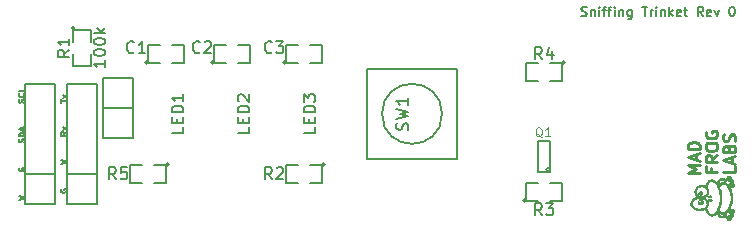
<source format=gbr>
G04 #@! TF.FileFunction,Legend,Top*
%FSLAX46Y46*%
G04 Gerber Fmt 4.6, Leading zero omitted, Abs format (unit mm)*
G04 Created by KiCad (PCBNEW (2014-10-31 BZR 5247)-product) date Sonntag, 14. Dezember 2014 16:47:01*
%MOMM*%
G01*
G04 APERTURE LIST*
%ADD10C,0.100000*%
%ADD11C,0.200000*%
%ADD12C,0.127000*%
%ADD13C,0.150000*%
%ADD14C,0.119380*%
%ADD15C,0.203200*%
%ADD16C,0.250000*%
G04 APERTURE END LIST*
D10*
D11*
X177908761Y-136467810D02*
X178023047Y-136505905D01*
X178213523Y-136505905D01*
X178289713Y-136467810D01*
X178327809Y-136429714D01*
X178365904Y-136353524D01*
X178365904Y-136277333D01*
X178327809Y-136201143D01*
X178289713Y-136163048D01*
X178213523Y-136124952D01*
X178061142Y-136086857D01*
X177984951Y-136048762D01*
X177946856Y-136010667D01*
X177908761Y-135934476D01*
X177908761Y-135858286D01*
X177946856Y-135782095D01*
X177984951Y-135744000D01*
X178061142Y-135705905D01*
X178251618Y-135705905D01*
X178365904Y-135744000D01*
X178708761Y-135972571D02*
X178708761Y-136505905D01*
X178708761Y-136048762D02*
X178746856Y-136010667D01*
X178823047Y-135972571D01*
X178937333Y-135972571D01*
X179013523Y-136010667D01*
X179051618Y-136086857D01*
X179051618Y-136505905D01*
X179432571Y-136505905D02*
X179432571Y-135972571D01*
X179432571Y-135705905D02*
X179394476Y-135744000D01*
X179432571Y-135782095D01*
X179470666Y-135744000D01*
X179432571Y-135705905D01*
X179432571Y-135782095D01*
X179699237Y-135972571D02*
X180003999Y-135972571D01*
X179813523Y-136505905D02*
X179813523Y-135820190D01*
X179851618Y-135744000D01*
X179927809Y-135705905D01*
X180003999Y-135705905D01*
X180156380Y-135972571D02*
X180461142Y-135972571D01*
X180270666Y-136505905D02*
X180270666Y-135820190D01*
X180308761Y-135744000D01*
X180384952Y-135705905D01*
X180461142Y-135705905D01*
X180727809Y-136505905D02*
X180727809Y-135972571D01*
X180727809Y-135705905D02*
X180689714Y-135744000D01*
X180727809Y-135782095D01*
X180765904Y-135744000D01*
X180727809Y-135705905D01*
X180727809Y-135782095D01*
X181108761Y-135972571D02*
X181108761Y-136505905D01*
X181108761Y-136048762D02*
X181146856Y-136010667D01*
X181223047Y-135972571D01*
X181337333Y-135972571D01*
X181413523Y-136010667D01*
X181451618Y-136086857D01*
X181451618Y-136505905D01*
X182175428Y-135972571D02*
X182175428Y-136620190D01*
X182137333Y-136696381D01*
X182099238Y-136734476D01*
X182023047Y-136772571D01*
X181908762Y-136772571D01*
X181832571Y-136734476D01*
X182175428Y-136467810D02*
X182099238Y-136505905D01*
X181946857Y-136505905D01*
X181870666Y-136467810D01*
X181832571Y-136429714D01*
X181794476Y-136353524D01*
X181794476Y-136124952D01*
X181832571Y-136048762D01*
X181870666Y-136010667D01*
X181946857Y-135972571D01*
X182099238Y-135972571D01*
X182175428Y-136010667D01*
X183051619Y-135705905D02*
X183508762Y-135705905D01*
X183280191Y-136505905D02*
X183280191Y-135705905D01*
X183775429Y-136505905D02*
X183775429Y-135972571D01*
X183775429Y-136124952D02*
X183813524Y-136048762D01*
X183851620Y-136010667D01*
X183927810Y-135972571D01*
X184004001Y-135972571D01*
X184270667Y-136505905D02*
X184270667Y-135972571D01*
X184270667Y-135705905D02*
X184232572Y-135744000D01*
X184270667Y-135782095D01*
X184308762Y-135744000D01*
X184270667Y-135705905D01*
X184270667Y-135782095D01*
X184651619Y-135972571D02*
X184651619Y-136505905D01*
X184651619Y-136048762D02*
X184689714Y-136010667D01*
X184765905Y-135972571D01*
X184880191Y-135972571D01*
X184956381Y-136010667D01*
X184994476Y-136086857D01*
X184994476Y-136505905D01*
X185375429Y-136505905D02*
X185375429Y-135705905D01*
X185451620Y-136201143D02*
X185680191Y-136505905D01*
X185680191Y-135972571D02*
X185375429Y-136277333D01*
X186327810Y-136467810D02*
X186251620Y-136505905D01*
X186099239Y-136505905D01*
X186023048Y-136467810D01*
X185984953Y-136391619D01*
X185984953Y-136086857D01*
X186023048Y-136010667D01*
X186099239Y-135972571D01*
X186251620Y-135972571D01*
X186327810Y-136010667D01*
X186365905Y-136086857D01*
X186365905Y-136163048D01*
X185984953Y-136239238D01*
X186594476Y-135972571D02*
X186899238Y-135972571D01*
X186708762Y-135705905D02*
X186708762Y-136391619D01*
X186746857Y-136467810D01*
X186823048Y-136505905D01*
X186899238Y-136505905D01*
X188232572Y-136505905D02*
X187965905Y-136124952D01*
X187775429Y-136505905D02*
X187775429Y-135705905D01*
X188080191Y-135705905D01*
X188156382Y-135744000D01*
X188194477Y-135782095D01*
X188232572Y-135858286D01*
X188232572Y-135972571D01*
X188194477Y-136048762D01*
X188156382Y-136086857D01*
X188080191Y-136124952D01*
X187775429Y-136124952D01*
X188880191Y-136467810D02*
X188804001Y-136505905D01*
X188651620Y-136505905D01*
X188575429Y-136467810D01*
X188537334Y-136391619D01*
X188537334Y-136086857D01*
X188575429Y-136010667D01*
X188651620Y-135972571D01*
X188804001Y-135972571D01*
X188880191Y-136010667D01*
X188918286Y-136086857D01*
X188918286Y-136163048D01*
X188537334Y-136239238D01*
X189184953Y-135972571D02*
X189375429Y-136505905D01*
X189565905Y-135972571D01*
X190632572Y-135705905D02*
X190708763Y-135705905D01*
X190784953Y-135744000D01*
X190823048Y-135782095D01*
X190861144Y-135858286D01*
X190899239Y-136010667D01*
X190899239Y-136201143D01*
X190861144Y-136353524D01*
X190823048Y-136429714D01*
X190784953Y-136467810D01*
X190708763Y-136505905D01*
X190632572Y-136505905D01*
X190556382Y-136467810D01*
X190518286Y-136429714D01*
X190480191Y-136353524D01*
X190442096Y-136201143D01*
X190442096Y-136010667D01*
X190480191Y-135858286D01*
X190518286Y-135782095D01*
X190556382Y-135744000D01*
X190632572Y-135705905D01*
D12*
X133858000Y-151166288D02*
X133833810Y-151214669D01*
X133833810Y-151287241D01*
X133858000Y-151359812D01*
X133906381Y-151408193D01*
X133954762Y-151432384D01*
X134051524Y-151456574D01*
X134124095Y-151456574D01*
X134220857Y-151432384D01*
X134269238Y-151408193D01*
X134317619Y-151359812D01*
X134341810Y-151287241D01*
X134341810Y-151238860D01*
X134317619Y-151166288D01*
X134293429Y-151142098D01*
X134124095Y-151142098D01*
X134124095Y-151238860D01*
X133833810Y-149061715D02*
X134341810Y-148892382D01*
X133833810Y-148723048D01*
X134341810Y-146328189D02*
X134099905Y-146497522D01*
X134341810Y-146618475D02*
X133833810Y-146618475D01*
X133833810Y-146424951D01*
X133858000Y-146376570D01*
X133882190Y-146352379D01*
X133930571Y-146328189D01*
X134003143Y-146328189D01*
X134051524Y-146352379D01*
X134075714Y-146376570D01*
X134099905Y-146424951D01*
X134099905Y-146618475D01*
X134341810Y-146158856D02*
X134003143Y-145892760D01*
X134003143Y-146158856D02*
X134341810Y-145892760D01*
X133833810Y-143836568D02*
X133833810Y-143546282D01*
X134341810Y-143691425D02*
X133833810Y-143691425D01*
X134341810Y-143425330D02*
X134003143Y-143159234D01*
X134003143Y-143425330D02*
X134341810Y-143159234D01*
X130277810Y-152061337D02*
X130785810Y-151892004D01*
X130277810Y-151722670D01*
X130302000Y-149352001D02*
X130277810Y-149400382D01*
X130277810Y-149472954D01*
X130302000Y-149545525D01*
X130350381Y-149593906D01*
X130398762Y-149618097D01*
X130495524Y-149642287D01*
X130568095Y-149642287D01*
X130664857Y-149618097D01*
X130713238Y-149593906D01*
X130761619Y-149545525D01*
X130785810Y-149472954D01*
X130785810Y-149424573D01*
X130761619Y-149352001D01*
X130737429Y-149327811D01*
X130568095Y-149327811D01*
X130568095Y-149424573D01*
X130761619Y-147199047D02*
X130785810Y-147126476D01*
X130785810Y-147005523D01*
X130761619Y-146957142D01*
X130737429Y-146932952D01*
X130689048Y-146908761D01*
X130640667Y-146908761D01*
X130592286Y-146932952D01*
X130568095Y-146957142D01*
X130543905Y-147005523D01*
X130519714Y-147102285D01*
X130495524Y-147150666D01*
X130471333Y-147174857D01*
X130422952Y-147199047D01*
X130374571Y-147199047D01*
X130326190Y-147174857D01*
X130302000Y-147150666D01*
X130277810Y-147102285D01*
X130277810Y-146981333D01*
X130302000Y-146908761D01*
X130785810Y-146691047D02*
X130277810Y-146691047D01*
X130277810Y-146570094D01*
X130302000Y-146497523D01*
X130350381Y-146449142D01*
X130398762Y-146424951D01*
X130495524Y-146400761D01*
X130568095Y-146400761D01*
X130664857Y-146424951D01*
X130713238Y-146449142D01*
X130761619Y-146497523D01*
X130785810Y-146570094D01*
X130785810Y-146691047D01*
X130640667Y-146207237D02*
X130640667Y-145965332D01*
X130785810Y-146255618D02*
X130277810Y-146086285D01*
X130785810Y-145916951D01*
X130761619Y-143836568D02*
X130785810Y-143763997D01*
X130785810Y-143643044D01*
X130761619Y-143594663D01*
X130737429Y-143570473D01*
X130689048Y-143546282D01*
X130640667Y-143546282D01*
X130592286Y-143570473D01*
X130568095Y-143594663D01*
X130543905Y-143643044D01*
X130519714Y-143739806D01*
X130495524Y-143788187D01*
X130471333Y-143812378D01*
X130422952Y-143836568D01*
X130374571Y-143836568D01*
X130326190Y-143812378D01*
X130302000Y-143788187D01*
X130277810Y-143739806D01*
X130277810Y-143618854D01*
X130302000Y-143546282D01*
X130737429Y-143038282D02*
X130761619Y-143062472D01*
X130785810Y-143135044D01*
X130785810Y-143183425D01*
X130761619Y-143255996D01*
X130713238Y-143304377D01*
X130664857Y-143328568D01*
X130568095Y-143352758D01*
X130495524Y-143352758D01*
X130398762Y-143328568D01*
X130350381Y-143304377D01*
X130302000Y-143255996D01*
X130277810Y-143183425D01*
X130277810Y-143135044D01*
X130302000Y-143062472D01*
X130326190Y-143038282D01*
X130785810Y-142578663D02*
X130785810Y-142820568D01*
X130277810Y-142820568D01*
D13*
X139954000Y-144272000D02*
X137414000Y-144272000D01*
X139954000Y-141732000D02*
X137414000Y-141732000D01*
X137414000Y-141732000D02*
X137414000Y-144272000D01*
X137414000Y-144272000D02*
X137414000Y-146812000D01*
X137414000Y-146812000D02*
X139954000Y-146812000D01*
X139954000Y-146812000D02*
X139954000Y-141732000D01*
X136906000Y-149860000D02*
X136906000Y-142240000D01*
X134366000Y-149860000D02*
X134366000Y-142240000D01*
X134366000Y-152400000D02*
X134366000Y-149860000D01*
X136906000Y-142240000D02*
X134366000Y-142240000D01*
X134366000Y-149860000D02*
X136906000Y-149860000D01*
X134366000Y-152400000D02*
X136906000Y-152400000D01*
X136906000Y-152400000D02*
X136906000Y-149860000D01*
X133350000Y-149860000D02*
X133350000Y-142240000D01*
X130810000Y-149860000D02*
X130810000Y-142240000D01*
X130810000Y-152400000D02*
X130810000Y-149860000D01*
X133350000Y-142240000D02*
X130810000Y-142240000D01*
X130810000Y-149860000D02*
X133350000Y-149860000D01*
X130810000Y-152400000D02*
X133350000Y-152400000D01*
X133350000Y-152400000D02*
X133350000Y-149860000D01*
X175261590Y-149512020D02*
G75*
G03X175261590Y-149512020I-159070J0D01*
G01*
X174244000Y-147066000D02*
X175260000Y-147066000D01*
X174244000Y-149669500D02*
X175260000Y-149669500D01*
X175260000Y-147066000D02*
X175260000Y-149669500D01*
X174244000Y-149669500D02*
X174244000Y-147066000D01*
X166116000Y-144780000D02*
G75*
G03X166116000Y-144780000I-2540000J0D01*
G01*
X159766000Y-148590000D02*
X159766000Y-140970000D01*
X159766000Y-140970000D02*
X167386000Y-140970000D01*
X167386000Y-140970000D02*
X167386000Y-148590000D01*
X159766000Y-148590000D02*
X167386000Y-148590000D01*
X143002000Y-149098000D02*
G75*
G03X143002000Y-149098000I-127000J0D01*
G01*
X141732000Y-149098000D02*
X142748000Y-149098000D01*
X142748000Y-149098000D02*
X142748000Y-150622000D01*
X142748000Y-150622000D02*
X141732000Y-150622000D01*
X140716000Y-150622000D02*
X139700000Y-150622000D01*
X139700000Y-150622000D02*
X139700000Y-149098000D01*
X139700000Y-149098000D02*
X140716000Y-149098000D01*
X141224000Y-140462000D02*
G75*
G03X141224000Y-140462000I-127000J0D01*
G01*
X142240000Y-140462000D02*
X141224000Y-140462000D01*
X141224000Y-140462000D02*
X141224000Y-138938000D01*
X141224000Y-138938000D02*
X142240000Y-138938000D01*
X143256000Y-138938000D02*
X144272000Y-138938000D01*
X144272000Y-138938000D02*
X144272000Y-140462000D01*
X144272000Y-140462000D02*
X143256000Y-140462000D01*
X152908000Y-140462000D02*
G75*
G03X152908000Y-140462000I-127000J0D01*
G01*
X153924000Y-140462000D02*
X152908000Y-140462000D01*
X152908000Y-140462000D02*
X152908000Y-138938000D01*
X152908000Y-138938000D02*
X153924000Y-138938000D01*
X154940000Y-138938000D02*
X155956000Y-138938000D01*
X155956000Y-138938000D02*
X155956000Y-140462000D01*
X155956000Y-140462000D02*
X154940000Y-140462000D01*
X146812000Y-140462000D02*
G75*
G03X146812000Y-140462000I-127000J0D01*
G01*
X147828000Y-140462000D02*
X146812000Y-140462000D01*
X146812000Y-140462000D02*
X146812000Y-138938000D01*
X146812000Y-138938000D02*
X147828000Y-138938000D01*
X148844000Y-138938000D02*
X149860000Y-138938000D01*
X149860000Y-138938000D02*
X149860000Y-140462000D01*
X149860000Y-140462000D02*
X148844000Y-140462000D01*
X173228000Y-152146000D02*
G75*
G03X173228000Y-152146000I-127000J0D01*
G01*
X174244000Y-152146000D02*
X173228000Y-152146000D01*
X173228000Y-152146000D02*
X173228000Y-150622000D01*
X173228000Y-150622000D02*
X174244000Y-150622000D01*
X175260000Y-150622000D02*
X176276000Y-150622000D01*
X176276000Y-150622000D02*
X176276000Y-152146000D01*
X176276000Y-152146000D02*
X175260000Y-152146000D01*
X176530000Y-140462000D02*
G75*
G03X176530000Y-140462000I-127000J0D01*
G01*
X175260000Y-140462000D02*
X176276000Y-140462000D01*
X176276000Y-140462000D02*
X176276000Y-141986000D01*
X176276000Y-141986000D02*
X175260000Y-141986000D01*
X174244000Y-141986000D02*
X173228000Y-141986000D01*
X173228000Y-141986000D02*
X173228000Y-140462000D01*
X173228000Y-140462000D02*
X174244000Y-140462000D01*
X156210000Y-149098000D02*
G75*
G03X156210000Y-149098000I-127000J0D01*
G01*
X154940000Y-149098000D02*
X155956000Y-149098000D01*
X155956000Y-149098000D02*
X155956000Y-150622000D01*
X155956000Y-150622000D02*
X154940000Y-150622000D01*
X153924000Y-150622000D02*
X152908000Y-150622000D01*
X152908000Y-150622000D02*
X152908000Y-149098000D01*
X152908000Y-149098000D02*
X153924000Y-149098000D01*
X135001000Y-137541000D02*
G75*
G03X135001000Y-137541000I-127000J0D01*
G01*
X134874000Y-138684000D02*
X134874000Y-137668000D01*
X134874000Y-137668000D02*
X136398000Y-137668000D01*
X136398000Y-137668000D02*
X136398000Y-138684000D01*
X136398000Y-139700000D02*
X136398000Y-140716000D01*
X136398000Y-140716000D02*
X134874000Y-140716000D01*
X134874000Y-140716000D02*
X134874000Y-139700000D01*
D10*
G36*
X190361709Y-150012906D02*
X190400195Y-150014340D01*
X190433932Y-150020598D01*
X190443122Y-150023848D01*
X190474903Y-150043324D01*
X190506371Y-150072519D01*
X190531365Y-150105257D01*
X190539109Y-150120078D01*
X190543716Y-150139400D01*
X190371746Y-150139400D01*
X190352052Y-150147279D01*
X190331370Y-150168975D01*
X190311337Y-150201578D01*
X190293588Y-150242174D01*
X190279757Y-150287853D01*
X190274756Y-150312071D01*
X190269667Y-150329938D01*
X190259299Y-150348161D01*
X190248861Y-150360769D01*
X189815162Y-150360769D01*
X189745302Y-150365851D01*
X189684093Y-150383949D01*
X189632471Y-150414911D01*
X189596414Y-150451771D01*
X189568064Y-150499752D01*
X189556221Y-150549095D01*
X189560847Y-150600713D01*
X189581906Y-150655514D01*
X189587597Y-150666069D01*
X189605224Y-150697439D01*
X189650465Y-150656092D01*
X189700544Y-150615947D01*
X189750680Y-150588719D01*
X189805965Y-150572334D01*
X189871493Y-150564717D01*
X189875274Y-150564522D01*
X189957514Y-150560499D01*
X189970557Y-150521399D01*
X189983527Y-150488823D01*
X189999667Y-150456124D01*
X190004018Y-150448583D01*
X190015407Y-150427461D01*
X190020935Y-150412467D01*
X190020818Y-150409014D01*
X190011279Y-150403233D01*
X189990996Y-150395017D01*
X189977084Y-150390260D01*
X189892735Y-150368855D01*
X189815162Y-150360769D01*
X190248861Y-150360769D01*
X190241284Y-150369923D01*
X190213251Y-150398406D01*
X190203322Y-150407983D01*
X190165416Y-150447730D01*
X190132624Y-150488730D01*
X190106971Y-150527921D01*
X190090478Y-150562237D01*
X190085133Y-150587029D01*
X190092981Y-150604310D01*
X190117014Y-150620986D01*
X190117470Y-150621219D01*
X190141758Y-150635570D01*
X190171619Y-150655885D01*
X190194602Y-150673125D01*
X190218441Y-150691138D01*
X189882574Y-150691138D01*
X189824299Y-150699666D01*
X189786317Y-150716642D01*
X189745676Y-150748439D01*
X189703905Y-150793475D01*
X189662535Y-150850164D01*
X189634387Y-150896365D01*
X189586884Y-150980230D01*
X189604162Y-151023365D01*
X189658641Y-151175847D01*
X189704451Y-151338111D01*
X189740323Y-151504711D01*
X189764988Y-151670196D01*
X189772247Y-151744781D01*
X189776632Y-151877017D01*
X189769934Y-152018765D01*
X189752682Y-152167218D01*
X189725409Y-152319565D01*
X189688645Y-152472999D01*
X189642922Y-152624709D01*
X189588770Y-152771889D01*
X189569120Y-152819034D01*
X189550691Y-152863024D01*
X189538846Y-152894490D01*
X189532786Y-152916146D01*
X189531716Y-152930708D01*
X189533892Y-152939021D01*
X189545749Y-152955182D01*
X189568146Y-152977919D01*
X189597593Y-153004328D01*
X189630597Y-153031503D01*
X189663670Y-153056540D01*
X189693319Y-153076535D01*
X189710927Y-153086340D01*
X189772198Y-153111583D01*
X189827428Y-153124960D01*
X189881887Y-153127203D01*
X189940845Y-153119045D01*
X189942900Y-153118613D01*
X189996554Y-153102580D01*
X190046376Y-153077097D01*
X190096088Y-153039922D01*
X190136471Y-153002082D01*
X190202793Y-152926197D01*
X190266407Y-152835578D01*
X190326446Y-152732325D01*
X190382043Y-152618537D01*
X190432329Y-152496314D01*
X190476436Y-152367754D01*
X190513497Y-152234958D01*
X190542644Y-152100025D01*
X190562132Y-151972433D01*
X190565581Y-151924496D01*
X190566243Y-151865604D01*
X190564262Y-151801478D01*
X190559785Y-151737841D01*
X190555102Y-151695583D01*
X190524542Y-151528346D01*
X190477751Y-151364992D01*
X190415245Y-151206900D01*
X190337540Y-151055448D01*
X190281567Y-150964899D01*
X190218998Y-150879800D01*
X190154276Y-150810153D01*
X190087837Y-150756211D01*
X190020117Y-150718226D01*
X189951550Y-150696450D01*
X189882574Y-150691138D01*
X190218441Y-150691138D01*
X190219503Y-150691940D01*
X190236054Y-150701281D01*
X190248603Y-150702875D01*
X190260031Y-150699134D01*
X190293671Y-150690888D01*
X190332708Y-150691644D01*
X190361865Y-150698776D01*
X190379037Y-150707635D01*
X190405362Y-150723915D01*
X190436473Y-150744841D01*
X190453433Y-150756887D01*
X190502966Y-150791446D01*
X190542832Y-150815900D01*
X190575831Y-150831597D01*
X190604768Y-150839887D01*
X190630416Y-150842133D01*
X190657547Y-150839907D01*
X190674222Y-150831740D01*
X190681553Y-150823316D01*
X190692356Y-150795440D01*
X190693801Y-150760534D01*
X190686638Y-150728810D01*
X190672035Y-150710707D01*
X190643787Y-150698575D01*
X190601104Y-150692215D01*
X190543197Y-150691429D01*
X190539162Y-150691557D01*
X190493501Y-150691032D01*
X190462119Y-150685089D01*
X190442915Y-150672607D01*
X190433789Y-150652465D01*
X190432266Y-150634529D01*
X190435099Y-150613398D01*
X190444958Y-150593298D01*
X190463885Y-150571824D01*
X190493923Y-150546573D01*
X190528485Y-150521213D01*
X190565543Y-150493209D01*
X190588582Y-150471074D01*
X190598765Y-150453177D01*
X190597255Y-150437890D01*
X190592796Y-150431093D01*
X190574096Y-150420772D01*
X190543366Y-150420764D01*
X190500171Y-150431127D01*
X190448838Y-150449957D01*
X190372655Y-150481115D01*
X190349544Y-150463695D01*
X190335223Y-150450288D01*
X190328458Y-150434219D01*
X190326711Y-150408879D01*
X190326722Y-150404247D01*
X190328386Y-150381296D01*
X190334141Y-150358708D01*
X190345637Y-150332024D01*
X190364526Y-150296782D01*
X190370207Y-150286793D01*
X190393812Y-150244933D01*
X190409397Y-150214841D01*
X190417706Y-150193796D01*
X190419481Y-150179076D01*
X190415466Y-150167959D01*
X190406403Y-150157723D01*
X190405630Y-150156998D01*
X190387269Y-150144253D01*
X190371746Y-150139400D01*
X190543716Y-150139400D01*
X190549602Y-150164085D01*
X190547335Y-150213846D01*
X190538100Y-150249466D01*
X190530524Y-150271188D01*
X190526019Y-150284586D01*
X190525469Y-150286514D01*
X190533157Y-150287313D01*
X190552866Y-150288251D01*
X190570835Y-150288845D01*
X190618877Y-150295495D01*
X190658054Y-150314006D01*
X190692580Y-150345674D01*
X190720515Y-150387581D01*
X190733821Y-150431694D01*
X190732950Y-150468035D01*
X190725577Y-150494122D01*
X190714042Y-150521306D01*
X190700880Y-150544817D01*
X190688622Y-150559881D01*
X190682591Y-150562886D01*
X190684440Y-150566565D01*
X190698203Y-150576006D01*
X190718305Y-150587704D01*
X190762629Y-150617459D01*
X190793508Y-150651760D01*
X190812328Y-150693353D01*
X190820476Y-150744985D01*
X190820508Y-150790055D01*
X190818050Y-150826579D01*
X190813579Y-150852103D01*
X190805459Y-150872551D01*
X190792051Y-150893854D01*
X190791692Y-150894365D01*
X190754654Y-150933321D01*
X190708684Y-150959278D01*
X190655836Y-150972123D01*
X190598165Y-150971742D01*
X190537725Y-150958024D01*
X190476572Y-150930854D01*
X190448032Y-150913314D01*
X190424252Y-150898039D01*
X190405899Y-150887582D01*
X190398075Y-150884466D01*
X190398663Y-150891024D01*
X190406690Y-150908365D01*
X190420494Y-150932993D01*
X190423392Y-150937810D01*
X190497125Y-151072018D01*
X190560472Y-151213830D01*
X190612589Y-151360378D01*
X190652632Y-151508796D01*
X190679756Y-151656217D01*
X190693118Y-151799775D01*
X190694423Y-151858133D01*
X190687586Y-151996293D01*
X190667546Y-152141446D01*
X190635006Y-152290926D01*
X190590674Y-152442068D01*
X190535253Y-152592207D01*
X190469449Y-152738677D01*
X190452621Y-152772149D01*
X190433267Y-152811297D01*
X190418150Y-152844748D01*
X190408429Y-152869711D01*
X190405265Y-152883397D01*
X190405756Y-152884875D01*
X190416339Y-152884716D01*
X190436076Y-152876492D01*
X190453510Y-152866482D01*
X190511764Y-152836335D01*
X190571208Y-152817917D01*
X190629277Y-152811184D01*
X190683411Y-152816097D01*
X190731045Y-152832612D01*
X190769616Y-152860689D01*
X190779369Y-152871780D01*
X190803037Y-152909479D01*
X190813080Y-152940678D01*
X190629544Y-152940678D01*
X190590219Y-152948847D01*
X190543852Y-152968645D01*
X190491822Y-152999710D01*
X190466930Y-153017266D01*
X190424604Y-153047846D01*
X190392334Y-153069253D01*
X190367057Y-153083022D01*
X190345711Y-153090689D01*
X190325236Y-153093788D01*
X190313733Y-153094105D01*
X190287691Y-153092396D01*
X190267723Y-153088222D01*
X190263396Y-153086265D01*
X190252268Y-153085506D01*
X190234565Y-153094876D01*
X190208103Y-153115582D01*
X190204129Y-153118977D01*
X190174412Y-153143458D01*
X190161302Y-153153533D01*
X189565839Y-153153533D01*
X189561982Y-153160901D01*
X189557335Y-153179037D01*
X189556542Y-153183076D01*
X189556043Y-153226441D01*
X189571251Y-153269754D01*
X189602605Y-153314059D01*
X189619135Y-153331664D01*
X189654275Y-153362796D01*
X189689165Y-153383581D01*
X189729553Y-153396635D01*
X189778542Y-153404295D01*
X189811817Y-153404662D01*
X189854947Y-153400690D01*
X189901717Y-153393372D01*
X189945911Y-153383700D01*
X189981313Y-153372668D01*
X189984384Y-153371422D01*
X190014868Y-153358655D01*
X189989091Y-153304777D01*
X189963314Y-153250900D01*
X189865473Y-153250900D01*
X189806770Y-153249422D01*
X189759315Y-153244016D01*
X189717607Y-153233219D01*
X189676140Y-153215567D01*
X189629413Y-153189601D01*
X189625174Y-153187055D01*
X189598277Y-153171107D01*
X189577453Y-153159274D01*
X189566507Y-153153706D01*
X189565839Y-153153533D01*
X190161302Y-153153533D01*
X190143654Y-153167096D01*
X190121117Y-153183007D01*
X190100643Y-153196993D01*
X190087609Y-153206997D01*
X190085133Y-153209784D01*
X190088392Y-153218616D01*
X190096745Y-153237795D01*
X190103736Y-153253108D01*
X190118802Y-153277882D01*
X190143733Y-153310239D01*
X190175655Y-153346604D01*
X190196040Y-153367921D01*
X190229623Y-153402939D01*
X190252447Y-153429456D01*
X190266494Y-153450126D01*
X190273747Y-153467602D01*
X190275099Y-153473754D01*
X190286147Y-153520004D01*
X190302038Y-153562975D01*
X190321089Y-153599692D01*
X190341616Y-153627180D01*
X190361937Y-153642463D01*
X190371746Y-153644599D01*
X190388501Y-153639106D01*
X190405630Y-153627001D01*
X190415037Y-153616676D01*
X190419401Y-153605641D01*
X190417982Y-153591158D01*
X190410037Y-153570489D01*
X190394825Y-153540897D01*
X190371606Y-153499643D01*
X190370754Y-153498154D01*
X190342611Y-153444034D01*
X190326515Y-153400419D01*
X190322277Y-153366104D01*
X190329713Y-153339884D01*
X190343750Y-153324077D01*
X190357332Y-153314669D01*
X190370441Y-153310465D01*
X190386835Y-153311927D01*
X190410273Y-153319515D01*
X190444512Y-153333692D01*
X190453433Y-153337552D01*
X190497292Y-153353626D01*
X190536565Y-153362430D01*
X190568145Y-153363602D01*
X190588927Y-153356777D01*
X190592045Y-153353811D01*
X190598994Y-153339908D01*
X190595922Y-153324719D01*
X190581513Y-153306378D01*
X190554453Y-153283016D01*
X190528556Y-153263600D01*
X190488124Y-153233047D01*
X190460316Y-153208560D01*
X190443097Y-153187726D01*
X190434432Y-153168135D01*
X190432266Y-153149470D01*
X190435916Y-153123688D01*
X190448264Y-153106301D01*
X190471411Y-153096189D01*
X190507458Y-153092232D01*
X190539162Y-153092442D01*
X190598966Y-153091771D01*
X190643793Y-153085263D01*
X190673293Y-153073000D01*
X190686167Y-153057839D01*
X190693251Y-153026492D01*
X190692506Y-152992977D01*
X190684311Y-152965219D01*
X190681553Y-152960683D01*
X190660448Y-152944503D01*
X190629544Y-152940678D01*
X190813080Y-152940678D01*
X190816621Y-152951677D01*
X190821627Y-153003433D01*
X190821733Y-153013900D01*
X190820367Y-153051791D01*
X190815131Y-153080662D01*
X190804318Y-153108290D01*
X190798448Y-153119972D01*
X190781408Y-153148066D01*
X190761594Y-153168755D01*
X190733106Y-153187841D01*
X190724365Y-153192804D01*
X190700607Y-153206685D01*
X190685566Y-153216799D01*
X190682217Y-153221128D01*
X190682591Y-153221165D01*
X190693273Y-153228620D01*
X190706193Y-153247653D01*
X190718937Y-153273559D01*
X190729092Y-153301635D01*
X190733378Y-153320131D01*
X190734112Y-153353428D01*
X190723824Y-153387638D01*
X190722083Y-153391577D01*
X190693266Y-153439400D01*
X190656474Y-153472393D01*
X190611090Y-153490982D01*
X190569901Y-153495744D01*
X190545063Y-153496311D01*
X190528926Y-153497026D01*
X190525451Y-153497485D01*
X190527955Y-153505297D01*
X190534346Y-153523839D01*
X190538100Y-153534533D01*
X190549682Y-153589754D01*
X190545144Y-153641874D01*
X190525021Y-153689111D01*
X190489850Y-153729684D01*
X190476209Y-153740460D01*
X190452000Y-153755855D01*
X190428294Y-153764622D01*
X190397833Y-153769052D01*
X190382264Y-153770116D01*
X190339588Y-153770054D01*
X190306597Y-153762670D01*
X190277272Y-153745561D01*
X190245592Y-153716328D01*
X190244454Y-153715147D01*
X190207452Y-153666454D01*
X190177094Y-153605579D01*
X190158593Y-153549212D01*
X190145597Y-153513437D01*
X190128540Y-153486792D01*
X190109635Y-153471952D01*
X190093600Y-153470669D01*
X190079121Y-153475457D01*
X190054652Y-153483948D01*
X190032100Y-153491947D01*
X189936334Y-153519724D01*
X189845157Y-153533191D01*
X189759583Y-153532491D01*
X189680630Y-153517765D01*
X189609315Y-153489156D01*
X189546655Y-153446806D01*
X189518635Y-153420254D01*
X189474261Y-153365743D01*
X189444540Y-153310371D01*
X189429091Y-153251975D01*
X189427532Y-153188390D01*
X189439479Y-153117452D01*
X189455485Y-153062830D01*
X189453724Y-153062071D01*
X189444608Y-153073290D01*
X189429922Y-153094208D01*
X189424236Y-153102733D01*
X189395923Y-153140971D01*
X189359286Y-153183640D01*
X189317592Y-153227539D01*
X189274107Y-153269470D01*
X189232097Y-153306230D01*
X189194828Y-153334621D01*
X189175095Y-153346854D01*
X189094804Y-153381690D01*
X189012747Y-153401364D01*
X188930883Y-153406090D01*
X188851172Y-153396078D01*
X188775574Y-153371543D01*
X188706050Y-153332696D01*
X188655110Y-153290473D01*
X188625613Y-153259191D01*
X188596828Y-153223242D01*
X188567205Y-153180277D01*
X188535191Y-153127944D01*
X188499235Y-153063892D01*
X188472472Y-153013833D01*
X188449174Y-152970241D01*
X188425974Y-152927934D01*
X188405237Y-152891156D01*
X188389332Y-152864154D01*
X188386481Y-152859576D01*
X188358476Y-152815386D01*
X188288355Y-152848985D01*
X188247062Y-152866789D01*
X188197814Y-152885106D01*
X188149191Y-152900817D01*
X188133566Y-152905216D01*
X188101582Y-152913404D01*
X188073649Y-152919352D01*
X188046006Y-152923412D01*
X188014890Y-152925936D01*
X187976538Y-152927278D01*
X187927187Y-152927791D01*
X187892267Y-152927848D01*
X187834875Y-152927653D01*
X187790656Y-152926834D01*
X187755852Y-152925037D01*
X187726703Y-152921910D01*
X187699452Y-152917100D01*
X187670340Y-152910255D01*
X187651165Y-152905225D01*
X187582224Y-152883113D01*
X187511028Y-152853838D01*
X187442643Y-152819865D01*
X187382137Y-152783657D01*
X187344496Y-152756124D01*
X187273852Y-152688939D01*
X187217993Y-152615903D01*
X187177011Y-152538441D01*
X187150999Y-152457976D01*
X187140047Y-152375935D01*
X187144250Y-152293742D01*
X187163699Y-152212821D01*
X187198485Y-152134598D01*
X187248702Y-152060497D01*
X187296143Y-152008872D01*
X187325240Y-151981933D01*
X187355098Y-151956082D01*
X187379654Y-151936550D01*
X187381427Y-151935259D01*
X187443556Y-151896734D01*
X187517117Y-151861275D01*
X187596627Y-151831165D01*
X187676603Y-151808686D01*
X187695087Y-151804714D01*
X187747674Y-151794146D01*
X187693714Y-151754208D01*
X187629146Y-151696223D01*
X187574432Y-151626079D01*
X187531363Y-151546507D01*
X187502246Y-151462267D01*
X187487729Y-151373214D01*
X187489226Y-151285518D01*
X187505818Y-151200571D01*
X187536586Y-151119764D01*
X187580610Y-151044492D01*
X187636972Y-150976146D01*
X187704752Y-150916119D01*
X187783031Y-150865804D01*
X187870890Y-150826593D01*
X187934600Y-150807241D01*
X187966167Y-150801893D01*
X188009591Y-150798097D01*
X188059836Y-150796231D01*
X188082766Y-150796118D01*
X188155410Y-150798888D01*
X188217392Y-150807059D01*
X188274414Y-150821684D01*
X188325486Y-150840927D01*
X188362167Y-150856552D01*
X188396686Y-150804892D01*
X188415428Y-150775543D01*
X188438856Y-150736969D01*
X188463577Y-150694826D01*
X188480500Y-150665048D01*
X188529505Y-150581792D01*
X188575615Y-150513389D01*
X188620369Y-150458350D01*
X188665309Y-150415187D01*
X188711974Y-150382410D01*
X188761907Y-150358531D01*
X188814128Y-150342648D01*
X188877588Y-150334638D01*
X188948614Y-150337387D01*
X189022507Y-150349984D01*
X189094565Y-150371513D01*
X189160089Y-150401063D01*
X189182238Y-150414167D01*
X189248360Y-150463841D01*
X188870951Y-150463841D01*
X188826132Y-150472464D01*
X188784363Y-150491299D01*
X188744145Y-150521383D01*
X188703975Y-150563754D01*
X188662353Y-150619449D01*
X188617779Y-150689505D01*
X188587585Y-150741340D01*
X188563302Y-150783515D01*
X188539204Y-150824312D01*
X188517821Y-150859513D01*
X188501687Y-150884898D01*
X188499535Y-150888101D01*
X188475049Y-150924039D01*
X188078533Y-150924039D01*
X188032580Y-150924775D01*
X187997006Y-150927733D01*
X187965303Y-150933865D01*
X187930965Y-150944120D01*
X187923358Y-150946698D01*
X187850702Y-150977045D01*
X187788998Y-151015502D01*
X187732920Y-151065506D01*
X187722933Y-151076084D01*
X187672616Y-151142017D01*
X187637953Y-151212586D01*
X187618903Y-151286064D01*
X187615425Y-151360728D01*
X187627479Y-151434852D01*
X187655025Y-151506712D01*
X187698022Y-151574584D01*
X187735625Y-151617138D01*
X187800478Y-151671231D01*
X187871616Y-151711596D01*
X187947205Y-151738659D01*
X188025411Y-151752844D01*
X188104398Y-151754577D01*
X188182333Y-151744283D01*
X188257382Y-151722387D01*
X188327709Y-151689316D01*
X188391481Y-151645494D01*
X188446863Y-151591346D01*
X188492020Y-151527298D01*
X188525119Y-151453775D01*
X188531693Y-151432560D01*
X188540005Y-151383238D01*
X188541015Y-151325779D01*
X188535104Y-151267137D01*
X188522657Y-151214264D01*
X188519097Y-151204142D01*
X188484050Y-151134889D01*
X188434705Y-151072425D01*
X188372913Y-151018442D01*
X188300525Y-150974634D01*
X188240797Y-150949612D01*
X188202898Y-150937314D01*
X188171020Y-150929680D01*
X188138429Y-150925649D01*
X188098396Y-150924161D01*
X188078533Y-150924039D01*
X188475049Y-150924039D01*
X188471100Y-150929836D01*
X188518233Y-150978014D01*
X188574217Y-151044956D01*
X188617701Y-151119586D01*
X188643322Y-151182197D01*
X188658062Y-151240698D01*
X188665671Y-151307539D01*
X188665975Y-151376198D01*
X188658801Y-151440153D01*
X188651034Y-151472899D01*
X188617321Y-151557540D01*
X188569633Y-151636244D01*
X188510072Y-151706774D01*
X188440740Y-151766891D01*
X188363740Y-151814360D01*
X188307490Y-151838479D01*
X188283761Y-151847650D01*
X188268277Y-151855062D01*
X188264836Y-151858003D01*
X188271841Y-151863600D01*
X188290448Y-151874666D01*
X188317098Y-151889123D01*
X188326632Y-151894070D01*
X188362124Y-151915769D01*
X187856486Y-151915769D01*
X187753570Y-151925767D01*
X187693968Y-151938086D01*
X187590223Y-151971205D01*
X187499936Y-152014212D01*
X187423241Y-152067008D01*
X187360276Y-152129493D01*
X187311176Y-152201570D01*
X187298383Y-152226711D01*
X187274918Y-152294596D01*
X187267559Y-152362597D01*
X187275519Y-152429645D01*
X187298012Y-152494670D01*
X187334252Y-152556604D01*
X187383451Y-152614377D01*
X187444824Y-152666921D01*
X187517585Y-152713167D01*
X187600946Y-152752045D01*
X187694122Y-152782487D01*
X187710233Y-152786587D01*
X187763084Y-152795711D01*
X187827124Y-152800845D01*
X187897098Y-152802050D01*
X187967752Y-152799382D01*
X188033831Y-152792899D01*
X188090082Y-152782660D01*
X188091233Y-152782377D01*
X188187261Y-152751726D01*
X188275246Y-152709807D01*
X188352359Y-152658096D01*
X188386694Y-152628327D01*
X188444602Y-152564526D01*
X188485723Y-152498966D01*
X188510134Y-152431400D01*
X188517914Y-152361576D01*
X188509140Y-152289248D01*
X188501776Y-152262000D01*
X188472520Y-152195001D01*
X188428135Y-152131927D01*
X188370242Y-152074234D01*
X188300466Y-152023378D01*
X188220428Y-151980817D01*
X188163238Y-151958140D01*
X188066442Y-151932174D01*
X187962484Y-151917978D01*
X187856486Y-151915769D01*
X188362124Y-151915769D01*
X188403264Y-151940921D01*
X188473500Y-151998530D01*
X188534315Y-152063870D01*
X188582686Y-152133910D01*
X188600740Y-152168620D01*
X188629228Y-152249447D01*
X188641648Y-152332599D01*
X188638339Y-152416209D01*
X188619638Y-152498411D01*
X188585884Y-152577337D01*
X188537416Y-152651122D01*
X188506889Y-152686436D01*
X188464245Y-152731572D01*
X188479869Y-152758403D01*
X188505449Y-152802984D01*
X188536375Y-152857918D01*
X188570077Y-152918589D01*
X188603984Y-152980380D01*
X188624465Y-153018122D01*
X188667384Y-153092511D01*
X188708104Y-153151851D01*
X188748060Y-153197633D01*
X188788684Y-153231349D01*
X188831410Y-153254490D01*
X188861570Y-153264724D01*
X188897974Y-153270306D01*
X188943589Y-153271308D01*
X188992177Y-153268170D01*
X189037498Y-153261336D01*
X189073313Y-153251247D01*
X189077600Y-153249426D01*
X189141605Y-153211981D01*
X189204400Y-153158890D01*
X189265417Y-153091425D01*
X189324087Y-153010862D01*
X189379839Y-152918474D01*
X189432106Y-152815536D01*
X189480317Y-152703322D01*
X189523904Y-152583105D01*
X189562298Y-152456161D01*
X189594930Y-152323763D01*
X189621230Y-152187185D01*
X189640630Y-152047703D01*
X189647969Y-151972433D01*
X189649714Y-151931444D01*
X189649565Y-151878388D01*
X189647737Y-151818000D01*
X189644442Y-151755016D01*
X189639895Y-151694170D01*
X189634310Y-151640198D01*
X189632263Y-151624615D01*
X189607346Y-151479472D01*
X189574081Y-151337155D01*
X189533241Y-151199498D01*
X189485599Y-151068332D01*
X189431926Y-150945492D01*
X189372996Y-150832811D01*
X189309579Y-150732122D01*
X189242449Y-150645258D01*
X189201007Y-150600833D01*
X189149547Y-150553935D01*
X189101075Y-150519481D01*
X189050914Y-150494817D01*
X188994384Y-150477290D01*
X188975746Y-150473082D01*
X188920322Y-150464393D01*
X188870951Y-150463841D01*
X189248360Y-150463841D01*
X189249226Y-150464491D01*
X189316284Y-150529061D01*
X189381197Y-150605342D01*
X189441752Y-150690802D01*
X189481152Y-150756138D01*
X189498402Y-150785462D01*
X189512608Y-150806973D01*
X189521900Y-150817986D01*
X189524417Y-150818248D01*
X189521687Y-150806572D01*
X189511340Y-150786467D01*
X189500950Y-150770191D01*
X189468417Y-150718780D01*
X189446882Y-150673342D01*
X189434599Y-150628695D01*
X189429824Y-150579662D01*
X189429617Y-150558499D01*
X189432731Y-150503682D01*
X189442490Y-150459026D01*
X189461107Y-150418351D01*
X189490794Y-150375475D01*
X189498663Y-150365585D01*
X189552310Y-150311986D01*
X189615303Y-150271001D01*
X189668714Y-150249254D01*
X189732248Y-150236289D01*
X189805246Y-150232532D01*
X189883226Y-150237587D01*
X189961704Y-150251058D01*
X190036198Y-150272549D01*
X190066385Y-150284370D01*
X190099729Y-150296651D01*
X190122667Y-150298387D01*
X190138451Y-150287882D01*
X190150334Y-150263438D01*
X190158251Y-150236446D01*
X190179617Y-150173949D01*
X190208666Y-150117413D01*
X190243287Y-150070029D01*
X190281368Y-150034991D01*
X190298496Y-150024402D01*
X190325476Y-150016269D01*
X190361709Y-150012906D01*
X190361709Y-150012906D01*
X190361709Y-150012906D01*
G37*
X190361709Y-150012906D02*
X190400195Y-150014340D01*
X190433932Y-150020598D01*
X190443122Y-150023848D01*
X190474903Y-150043324D01*
X190506371Y-150072519D01*
X190531365Y-150105257D01*
X190539109Y-150120078D01*
X190543716Y-150139400D01*
X190371746Y-150139400D01*
X190352052Y-150147279D01*
X190331370Y-150168975D01*
X190311337Y-150201578D01*
X190293588Y-150242174D01*
X190279757Y-150287853D01*
X190274756Y-150312071D01*
X190269667Y-150329938D01*
X190259299Y-150348161D01*
X190248861Y-150360769D01*
X189815162Y-150360769D01*
X189745302Y-150365851D01*
X189684093Y-150383949D01*
X189632471Y-150414911D01*
X189596414Y-150451771D01*
X189568064Y-150499752D01*
X189556221Y-150549095D01*
X189560847Y-150600713D01*
X189581906Y-150655514D01*
X189587597Y-150666069D01*
X189605224Y-150697439D01*
X189650465Y-150656092D01*
X189700544Y-150615947D01*
X189750680Y-150588719D01*
X189805965Y-150572334D01*
X189871493Y-150564717D01*
X189875274Y-150564522D01*
X189957514Y-150560499D01*
X189970557Y-150521399D01*
X189983527Y-150488823D01*
X189999667Y-150456124D01*
X190004018Y-150448583D01*
X190015407Y-150427461D01*
X190020935Y-150412467D01*
X190020818Y-150409014D01*
X190011279Y-150403233D01*
X189990996Y-150395017D01*
X189977084Y-150390260D01*
X189892735Y-150368855D01*
X189815162Y-150360769D01*
X190248861Y-150360769D01*
X190241284Y-150369923D01*
X190213251Y-150398406D01*
X190203322Y-150407983D01*
X190165416Y-150447730D01*
X190132624Y-150488730D01*
X190106971Y-150527921D01*
X190090478Y-150562237D01*
X190085133Y-150587029D01*
X190092981Y-150604310D01*
X190117014Y-150620986D01*
X190117470Y-150621219D01*
X190141758Y-150635570D01*
X190171619Y-150655885D01*
X190194602Y-150673125D01*
X190218441Y-150691138D01*
X189882574Y-150691138D01*
X189824299Y-150699666D01*
X189786317Y-150716642D01*
X189745676Y-150748439D01*
X189703905Y-150793475D01*
X189662535Y-150850164D01*
X189634387Y-150896365D01*
X189586884Y-150980230D01*
X189604162Y-151023365D01*
X189658641Y-151175847D01*
X189704451Y-151338111D01*
X189740323Y-151504711D01*
X189764988Y-151670196D01*
X189772247Y-151744781D01*
X189776632Y-151877017D01*
X189769934Y-152018765D01*
X189752682Y-152167218D01*
X189725409Y-152319565D01*
X189688645Y-152472999D01*
X189642922Y-152624709D01*
X189588770Y-152771889D01*
X189569120Y-152819034D01*
X189550691Y-152863024D01*
X189538846Y-152894490D01*
X189532786Y-152916146D01*
X189531716Y-152930708D01*
X189533892Y-152939021D01*
X189545749Y-152955182D01*
X189568146Y-152977919D01*
X189597593Y-153004328D01*
X189630597Y-153031503D01*
X189663670Y-153056540D01*
X189693319Y-153076535D01*
X189710927Y-153086340D01*
X189772198Y-153111583D01*
X189827428Y-153124960D01*
X189881887Y-153127203D01*
X189940845Y-153119045D01*
X189942900Y-153118613D01*
X189996554Y-153102580D01*
X190046376Y-153077097D01*
X190096088Y-153039922D01*
X190136471Y-153002082D01*
X190202793Y-152926197D01*
X190266407Y-152835578D01*
X190326446Y-152732325D01*
X190382043Y-152618537D01*
X190432329Y-152496314D01*
X190476436Y-152367754D01*
X190513497Y-152234958D01*
X190542644Y-152100025D01*
X190562132Y-151972433D01*
X190565581Y-151924496D01*
X190566243Y-151865604D01*
X190564262Y-151801478D01*
X190559785Y-151737841D01*
X190555102Y-151695583D01*
X190524542Y-151528346D01*
X190477751Y-151364992D01*
X190415245Y-151206900D01*
X190337540Y-151055448D01*
X190281567Y-150964899D01*
X190218998Y-150879800D01*
X190154276Y-150810153D01*
X190087837Y-150756211D01*
X190020117Y-150718226D01*
X189951550Y-150696450D01*
X189882574Y-150691138D01*
X190218441Y-150691138D01*
X190219503Y-150691940D01*
X190236054Y-150701281D01*
X190248603Y-150702875D01*
X190260031Y-150699134D01*
X190293671Y-150690888D01*
X190332708Y-150691644D01*
X190361865Y-150698776D01*
X190379037Y-150707635D01*
X190405362Y-150723915D01*
X190436473Y-150744841D01*
X190453433Y-150756887D01*
X190502966Y-150791446D01*
X190542832Y-150815900D01*
X190575831Y-150831597D01*
X190604768Y-150839887D01*
X190630416Y-150842133D01*
X190657547Y-150839907D01*
X190674222Y-150831740D01*
X190681553Y-150823316D01*
X190692356Y-150795440D01*
X190693801Y-150760534D01*
X190686638Y-150728810D01*
X190672035Y-150710707D01*
X190643787Y-150698575D01*
X190601104Y-150692215D01*
X190543197Y-150691429D01*
X190539162Y-150691557D01*
X190493501Y-150691032D01*
X190462119Y-150685089D01*
X190442915Y-150672607D01*
X190433789Y-150652465D01*
X190432266Y-150634529D01*
X190435099Y-150613398D01*
X190444958Y-150593298D01*
X190463885Y-150571824D01*
X190493923Y-150546573D01*
X190528485Y-150521213D01*
X190565543Y-150493209D01*
X190588582Y-150471074D01*
X190598765Y-150453177D01*
X190597255Y-150437890D01*
X190592796Y-150431093D01*
X190574096Y-150420772D01*
X190543366Y-150420764D01*
X190500171Y-150431127D01*
X190448838Y-150449957D01*
X190372655Y-150481115D01*
X190349544Y-150463695D01*
X190335223Y-150450288D01*
X190328458Y-150434219D01*
X190326711Y-150408879D01*
X190326722Y-150404247D01*
X190328386Y-150381296D01*
X190334141Y-150358708D01*
X190345637Y-150332024D01*
X190364526Y-150296782D01*
X190370207Y-150286793D01*
X190393812Y-150244933D01*
X190409397Y-150214841D01*
X190417706Y-150193796D01*
X190419481Y-150179076D01*
X190415466Y-150167959D01*
X190406403Y-150157723D01*
X190405630Y-150156998D01*
X190387269Y-150144253D01*
X190371746Y-150139400D01*
X190543716Y-150139400D01*
X190549602Y-150164085D01*
X190547335Y-150213846D01*
X190538100Y-150249466D01*
X190530524Y-150271188D01*
X190526019Y-150284586D01*
X190525469Y-150286514D01*
X190533157Y-150287313D01*
X190552866Y-150288251D01*
X190570835Y-150288845D01*
X190618877Y-150295495D01*
X190658054Y-150314006D01*
X190692580Y-150345674D01*
X190720515Y-150387581D01*
X190733821Y-150431694D01*
X190732950Y-150468035D01*
X190725577Y-150494122D01*
X190714042Y-150521306D01*
X190700880Y-150544817D01*
X190688622Y-150559881D01*
X190682591Y-150562886D01*
X190684440Y-150566565D01*
X190698203Y-150576006D01*
X190718305Y-150587704D01*
X190762629Y-150617459D01*
X190793508Y-150651760D01*
X190812328Y-150693353D01*
X190820476Y-150744985D01*
X190820508Y-150790055D01*
X190818050Y-150826579D01*
X190813579Y-150852103D01*
X190805459Y-150872551D01*
X190792051Y-150893854D01*
X190791692Y-150894365D01*
X190754654Y-150933321D01*
X190708684Y-150959278D01*
X190655836Y-150972123D01*
X190598165Y-150971742D01*
X190537725Y-150958024D01*
X190476572Y-150930854D01*
X190448032Y-150913314D01*
X190424252Y-150898039D01*
X190405899Y-150887582D01*
X190398075Y-150884466D01*
X190398663Y-150891024D01*
X190406690Y-150908365D01*
X190420494Y-150932993D01*
X190423392Y-150937810D01*
X190497125Y-151072018D01*
X190560472Y-151213830D01*
X190612589Y-151360378D01*
X190652632Y-151508796D01*
X190679756Y-151656217D01*
X190693118Y-151799775D01*
X190694423Y-151858133D01*
X190687586Y-151996293D01*
X190667546Y-152141446D01*
X190635006Y-152290926D01*
X190590674Y-152442068D01*
X190535253Y-152592207D01*
X190469449Y-152738677D01*
X190452621Y-152772149D01*
X190433267Y-152811297D01*
X190418150Y-152844748D01*
X190408429Y-152869711D01*
X190405265Y-152883397D01*
X190405756Y-152884875D01*
X190416339Y-152884716D01*
X190436076Y-152876492D01*
X190453510Y-152866482D01*
X190511764Y-152836335D01*
X190571208Y-152817917D01*
X190629277Y-152811184D01*
X190683411Y-152816097D01*
X190731045Y-152832612D01*
X190769616Y-152860689D01*
X190779369Y-152871780D01*
X190803037Y-152909479D01*
X190813080Y-152940678D01*
X190629544Y-152940678D01*
X190590219Y-152948847D01*
X190543852Y-152968645D01*
X190491822Y-152999710D01*
X190466930Y-153017266D01*
X190424604Y-153047846D01*
X190392334Y-153069253D01*
X190367057Y-153083022D01*
X190345711Y-153090689D01*
X190325236Y-153093788D01*
X190313733Y-153094105D01*
X190287691Y-153092396D01*
X190267723Y-153088222D01*
X190263396Y-153086265D01*
X190252268Y-153085506D01*
X190234565Y-153094876D01*
X190208103Y-153115582D01*
X190204129Y-153118977D01*
X190174412Y-153143458D01*
X190161302Y-153153533D01*
X189565839Y-153153533D01*
X189561982Y-153160901D01*
X189557335Y-153179037D01*
X189556542Y-153183076D01*
X189556043Y-153226441D01*
X189571251Y-153269754D01*
X189602605Y-153314059D01*
X189619135Y-153331664D01*
X189654275Y-153362796D01*
X189689165Y-153383581D01*
X189729553Y-153396635D01*
X189778542Y-153404295D01*
X189811817Y-153404662D01*
X189854947Y-153400690D01*
X189901717Y-153393372D01*
X189945911Y-153383700D01*
X189981313Y-153372668D01*
X189984384Y-153371422D01*
X190014868Y-153358655D01*
X189989091Y-153304777D01*
X189963314Y-153250900D01*
X189865473Y-153250900D01*
X189806770Y-153249422D01*
X189759315Y-153244016D01*
X189717607Y-153233219D01*
X189676140Y-153215567D01*
X189629413Y-153189601D01*
X189625174Y-153187055D01*
X189598277Y-153171107D01*
X189577453Y-153159274D01*
X189566507Y-153153706D01*
X189565839Y-153153533D01*
X190161302Y-153153533D01*
X190143654Y-153167096D01*
X190121117Y-153183007D01*
X190100643Y-153196993D01*
X190087609Y-153206997D01*
X190085133Y-153209784D01*
X190088392Y-153218616D01*
X190096745Y-153237795D01*
X190103736Y-153253108D01*
X190118802Y-153277882D01*
X190143733Y-153310239D01*
X190175655Y-153346604D01*
X190196040Y-153367921D01*
X190229623Y-153402939D01*
X190252447Y-153429456D01*
X190266494Y-153450126D01*
X190273747Y-153467602D01*
X190275099Y-153473754D01*
X190286147Y-153520004D01*
X190302038Y-153562975D01*
X190321089Y-153599692D01*
X190341616Y-153627180D01*
X190361937Y-153642463D01*
X190371746Y-153644599D01*
X190388501Y-153639106D01*
X190405630Y-153627001D01*
X190415037Y-153616676D01*
X190419401Y-153605641D01*
X190417982Y-153591158D01*
X190410037Y-153570489D01*
X190394825Y-153540897D01*
X190371606Y-153499643D01*
X190370754Y-153498154D01*
X190342611Y-153444034D01*
X190326515Y-153400419D01*
X190322277Y-153366104D01*
X190329713Y-153339884D01*
X190343750Y-153324077D01*
X190357332Y-153314669D01*
X190370441Y-153310465D01*
X190386835Y-153311927D01*
X190410273Y-153319515D01*
X190444512Y-153333692D01*
X190453433Y-153337552D01*
X190497292Y-153353626D01*
X190536565Y-153362430D01*
X190568145Y-153363602D01*
X190588927Y-153356777D01*
X190592045Y-153353811D01*
X190598994Y-153339908D01*
X190595922Y-153324719D01*
X190581513Y-153306378D01*
X190554453Y-153283016D01*
X190528556Y-153263600D01*
X190488124Y-153233047D01*
X190460316Y-153208560D01*
X190443097Y-153187726D01*
X190434432Y-153168135D01*
X190432266Y-153149470D01*
X190435916Y-153123688D01*
X190448264Y-153106301D01*
X190471411Y-153096189D01*
X190507458Y-153092232D01*
X190539162Y-153092442D01*
X190598966Y-153091771D01*
X190643793Y-153085263D01*
X190673293Y-153073000D01*
X190686167Y-153057839D01*
X190693251Y-153026492D01*
X190692506Y-152992977D01*
X190684311Y-152965219D01*
X190681553Y-152960683D01*
X190660448Y-152944503D01*
X190629544Y-152940678D01*
X190813080Y-152940678D01*
X190816621Y-152951677D01*
X190821627Y-153003433D01*
X190821733Y-153013900D01*
X190820367Y-153051791D01*
X190815131Y-153080662D01*
X190804318Y-153108290D01*
X190798448Y-153119972D01*
X190781408Y-153148066D01*
X190761594Y-153168755D01*
X190733106Y-153187841D01*
X190724365Y-153192804D01*
X190700607Y-153206685D01*
X190685566Y-153216799D01*
X190682217Y-153221128D01*
X190682591Y-153221165D01*
X190693273Y-153228620D01*
X190706193Y-153247653D01*
X190718937Y-153273559D01*
X190729092Y-153301635D01*
X190733378Y-153320131D01*
X190734112Y-153353428D01*
X190723824Y-153387638D01*
X190722083Y-153391577D01*
X190693266Y-153439400D01*
X190656474Y-153472393D01*
X190611090Y-153490982D01*
X190569901Y-153495744D01*
X190545063Y-153496311D01*
X190528926Y-153497026D01*
X190525451Y-153497485D01*
X190527955Y-153505297D01*
X190534346Y-153523839D01*
X190538100Y-153534533D01*
X190549682Y-153589754D01*
X190545144Y-153641874D01*
X190525021Y-153689111D01*
X190489850Y-153729684D01*
X190476209Y-153740460D01*
X190452000Y-153755855D01*
X190428294Y-153764622D01*
X190397833Y-153769052D01*
X190382264Y-153770116D01*
X190339588Y-153770054D01*
X190306597Y-153762670D01*
X190277272Y-153745561D01*
X190245592Y-153716328D01*
X190244454Y-153715147D01*
X190207452Y-153666454D01*
X190177094Y-153605579D01*
X190158593Y-153549212D01*
X190145597Y-153513437D01*
X190128540Y-153486792D01*
X190109635Y-153471952D01*
X190093600Y-153470669D01*
X190079121Y-153475457D01*
X190054652Y-153483948D01*
X190032100Y-153491947D01*
X189936334Y-153519724D01*
X189845157Y-153533191D01*
X189759583Y-153532491D01*
X189680630Y-153517765D01*
X189609315Y-153489156D01*
X189546655Y-153446806D01*
X189518635Y-153420254D01*
X189474261Y-153365743D01*
X189444540Y-153310371D01*
X189429091Y-153251975D01*
X189427532Y-153188390D01*
X189439479Y-153117452D01*
X189455485Y-153062830D01*
X189453724Y-153062071D01*
X189444608Y-153073290D01*
X189429922Y-153094208D01*
X189424236Y-153102733D01*
X189395923Y-153140971D01*
X189359286Y-153183640D01*
X189317592Y-153227539D01*
X189274107Y-153269470D01*
X189232097Y-153306230D01*
X189194828Y-153334621D01*
X189175095Y-153346854D01*
X189094804Y-153381690D01*
X189012747Y-153401364D01*
X188930883Y-153406090D01*
X188851172Y-153396078D01*
X188775574Y-153371543D01*
X188706050Y-153332696D01*
X188655110Y-153290473D01*
X188625613Y-153259191D01*
X188596828Y-153223242D01*
X188567205Y-153180277D01*
X188535191Y-153127944D01*
X188499235Y-153063892D01*
X188472472Y-153013833D01*
X188449174Y-152970241D01*
X188425974Y-152927934D01*
X188405237Y-152891156D01*
X188389332Y-152864154D01*
X188386481Y-152859576D01*
X188358476Y-152815386D01*
X188288355Y-152848985D01*
X188247062Y-152866789D01*
X188197814Y-152885106D01*
X188149191Y-152900817D01*
X188133566Y-152905216D01*
X188101582Y-152913404D01*
X188073649Y-152919352D01*
X188046006Y-152923412D01*
X188014890Y-152925936D01*
X187976538Y-152927278D01*
X187927187Y-152927791D01*
X187892267Y-152927848D01*
X187834875Y-152927653D01*
X187790656Y-152926834D01*
X187755852Y-152925037D01*
X187726703Y-152921910D01*
X187699452Y-152917100D01*
X187670340Y-152910255D01*
X187651165Y-152905225D01*
X187582224Y-152883113D01*
X187511028Y-152853838D01*
X187442643Y-152819865D01*
X187382137Y-152783657D01*
X187344496Y-152756124D01*
X187273852Y-152688939D01*
X187217993Y-152615903D01*
X187177011Y-152538441D01*
X187150999Y-152457976D01*
X187140047Y-152375935D01*
X187144250Y-152293742D01*
X187163699Y-152212821D01*
X187198485Y-152134598D01*
X187248702Y-152060497D01*
X187296143Y-152008872D01*
X187325240Y-151981933D01*
X187355098Y-151956082D01*
X187379654Y-151936550D01*
X187381427Y-151935259D01*
X187443556Y-151896734D01*
X187517117Y-151861275D01*
X187596627Y-151831165D01*
X187676603Y-151808686D01*
X187695087Y-151804714D01*
X187747674Y-151794146D01*
X187693714Y-151754208D01*
X187629146Y-151696223D01*
X187574432Y-151626079D01*
X187531363Y-151546507D01*
X187502246Y-151462267D01*
X187487729Y-151373214D01*
X187489226Y-151285518D01*
X187505818Y-151200571D01*
X187536586Y-151119764D01*
X187580610Y-151044492D01*
X187636972Y-150976146D01*
X187704752Y-150916119D01*
X187783031Y-150865804D01*
X187870890Y-150826593D01*
X187934600Y-150807241D01*
X187966167Y-150801893D01*
X188009591Y-150798097D01*
X188059836Y-150796231D01*
X188082766Y-150796118D01*
X188155410Y-150798888D01*
X188217392Y-150807059D01*
X188274414Y-150821684D01*
X188325486Y-150840927D01*
X188362167Y-150856552D01*
X188396686Y-150804892D01*
X188415428Y-150775543D01*
X188438856Y-150736969D01*
X188463577Y-150694826D01*
X188480500Y-150665048D01*
X188529505Y-150581792D01*
X188575615Y-150513389D01*
X188620369Y-150458350D01*
X188665309Y-150415187D01*
X188711974Y-150382410D01*
X188761907Y-150358531D01*
X188814128Y-150342648D01*
X188877588Y-150334638D01*
X188948614Y-150337387D01*
X189022507Y-150349984D01*
X189094565Y-150371513D01*
X189160089Y-150401063D01*
X189182238Y-150414167D01*
X189248360Y-150463841D01*
X188870951Y-150463841D01*
X188826132Y-150472464D01*
X188784363Y-150491299D01*
X188744145Y-150521383D01*
X188703975Y-150563754D01*
X188662353Y-150619449D01*
X188617779Y-150689505D01*
X188587585Y-150741340D01*
X188563302Y-150783515D01*
X188539204Y-150824312D01*
X188517821Y-150859513D01*
X188501687Y-150884898D01*
X188499535Y-150888101D01*
X188475049Y-150924039D01*
X188078533Y-150924039D01*
X188032580Y-150924775D01*
X187997006Y-150927733D01*
X187965303Y-150933865D01*
X187930965Y-150944120D01*
X187923358Y-150946698D01*
X187850702Y-150977045D01*
X187788998Y-151015502D01*
X187732920Y-151065506D01*
X187722933Y-151076084D01*
X187672616Y-151142017D01*
X187637953Y-151212586D01*
X187618903Y-151286064D01*
X187615425Y-151360728D01*
X187627479Y-151434852D01*
X187655025Y-151506712D01*
X187698022Y-151574584D01*
X187735625Y-151617138D01*
X187800478Y-151671231D01*
X187871616Y-151711596D01*
X187947205Y-151738659D01*
X188025411Y-151752844D01*
X188104398Y-151754577D01*
X188182333Y-151744283D01*
X188257382Y-151722387D01*
X188327709Y-151689316D01*
X188391481Y-151645494D01*
X188446863Y-151591346D01*
X188492020Y-151527298D01*
X188525119Y-151453775D01*
X188531693Y-151432560D01*
X188540005Y-151383238D01*
X188541015Y-151325779D01*
X188535104Y-151267137D01*
X188522657Y-151214264D01*
X188519097Y-151204142D01*
X188484050Y-151134889D01*
X188434705Y-151072425D01*
X188372913Y-151018442D01*
X188300525Y-150974634D01*
X188240797Y-150949612D01*
X188202898Y-150937314D01*
X188171020Y-150929680D01*
X188138429Y-150925649D01*
X188098396Y-150924161D01*
X188078533Y-150924039D01*
X188475049Y-150924039D01*
X188471100Y-150929836D01*
X188518233Y-150978014D01*
X188574217Y-151044956D01*
X188617701Y-151119586D01*
X188643322Y-151182197D01*
X188658062Y-151240698D01*
X188665671Y-151307539D01*
X188665975Y-151376198D01*
X188658801Y-151440153D01*
X188651034Y-151472899D01*
X188617321Y-151557540D01*
X188569633Y-151636244D01*
X188510072Y-151706774D01*
X188440740Y-151766891D01*
X188363740Y-151814360D01*
X188307490Y-151838479D01*
X188283761Y-151847650D01*
X188268277Y-151855062D01*
X188264836Y-151858003D01*
X188271841Y-151863600D01*
X188290448Y-151874666D01*
X188317098Y-151889123D01*
X188326632Y-151894070D01*
X188362124Y-151915769D01*
X187856486Y-151915769D01*
X187753570Y-151925767D01*
X187693968Y-151938086D01*
X187590223Y-151971205D01*
X187499936Y-152014212D01*
X187423241Y-152067008D01*
X187360276Y-152129493D01*
X187311176Y-152201570D01*
X187298383Y-152226711D01*
X187274918Y-152294596D01*
X187267559Y-152362597D01*
X187275519Y-152429645D01*
X187298012Y-152494670D01*
X187334252Y-152556604D01*
X187383451Y-152614377D01*
X187444824Y-152666921D01*
X187517585Y-152713167D01*
X187600946Y-152752045D01*
X187694122Y-152782487D01*
X187710233Y-152786587D01*
X187763084Y-152795711D01*
X187827124Y-152800845D01*
X187897098Y-152802050D01*
X187967752Y-152799382D01*
X188033831Y-152792899D01*
X188090082Y-152782660D01*
X188091233Y-152782377D01*
X188187261Y-152751726D01*
X188275246Y-152709807D01*
X188352359Y-152658096D01*
X188386694Y-152628327D01*
X188444602Y-152564526D01*
X188485723Y-152498966D01*
X188510134Y-152431400D01*
X188517914Y-152361576D01*
X188509140Y-152289248D01*
X188501776Y-152262000D01*
X188472520Y-152195001D01*
X188428135Y-152131927D01*
X188370242Y-152074234D01*
X188300466Y-152023378D01*
X188220428Y-151980817D01*
X188163238Y-151958140D01*
X188066442Y-151932174D01*
X187962484Y-151917978D01*
X187856486Y-151915769D01*
X188362124Y-151915769D01*
X188403264Y-151940921D01*
X188473500Y-151998530D01*
X188534315Y-152063870D01*
X188582686Y-152133910D01*
X188600740Y-152168620D01*
X188629228Y-152249447D01*
X188641648Y-152332599D01*
X188638339Y-152416209D01*
X188619638Y-152498411D01*
X188585884Y-152577337D01*
X188537416Y-152651122D01*
X188506889Y-152686436D01*
X188464245Y-152731572D01*
X188479869Y-152758403D01*
X188505449Y-152802984D01*
X188536375Y-152857918D01*
X188570077Y-152918589D01*
X188603984Y-152980380D01*
X188624465Y-153018122D01*
X188667384Y-153092511D01*
X188708104Y-153151851D01*
X188748060Y-153197633D01*
X188788684Y-153231349D01*
X188831410Y-153254490D01*
X188861570Y-153264724D01*
X188897974Y-153270306D01*
X188943589Y-153271308D01*
X188992177Y-153268170D01*
X189037498Y-153261336D01*
X189073313Y-153251247D01*
X189077600Y-153249426D01*
X189141605Y-153211981D01*
X189204400Y-153158890D01*
X189265417Y-153091425D01*
X189324087Y-153010862D01*
X189379839Y-152918474D01*
X189432106Y-152815536D01*
X189480317Y-152703322D01*
X189523904Y-152583105D01*
X189562298Y-152456161D01*
X189594930Y-152323763D01*
X189621230Y-152187185D01*
X189640630Y-152047703D01*
X189647969Y-151972433D01*
X189649714Y-151931444D01*
X189649565Y-151878388D01*
X189647737Y-151818000D01*
X189644442Y-151755016D01*
X189639895Y-151694170D01*
X189634310Y-151640198D01*
X189632263Y-151624615D01*
X189607346Y-151479472D01*
X189574081Y-151337155D01*
X189533241Y-151199498D01*
X189485599Y-151068332D01*
X189431926Y-150945492D01*
X189372996Y-150832811D01*
X189309579Y-150732122D01*
X189242449Y-150645258D01*
X189201007Y-150600833D01*
X189149547Y-150553935D01*
X189101075Y-150519481D01*
X189050914Y-150494817D01*
X188994384Y-150477290D01*
X188975746Y-150473082D01*
X188920322Y-150464393D01*
X188870951Y-150463841D01*
X189248360Y-150463841D01*
X189249226Y-150464491D01*
X189316284Y-150529061D01*
X189381197Y-150605342D01*
X189441752Y-150690802D01*
X189481152Y-150756138D01*
X189498402Y-150785462D01*
X189512608Y-150806973D01*
X189521900Y-150817986D01*
X189524417Y-150818248D01*
X189521687Y-150806572D01*
X189511340Y-150786467D01*
X189500950Y-150770191D01*
X189468417Y-150718780D01*
X189446882Y-150673342D01*
X189434599Y-150628695D01*
X189429824Y-150579662D01*
X189429617Y-150558499D01*
X189432731Y-150503682D01*
X189442490Y-150459026D01*
X189461107Y-150418351D01*
X189490794Y-150375475D01*
X189498663Y-150365585D01*
X189552310Y-150311986D01*
X189615303Y-150271001D01*
X189668714Y-150249254D01*
X189732248Y-150236289D01*
X189805246Y-150232532D01*
X189883226Y-150237587D01*
X189961704Y-150251058D01*
X190036198Y-150272549D01*
X190066385Y-150284370D01*
X190099729Y-150296651D01*
X190122667Y-150298387D01*
X190138451Y-150287882D01*
X190150334Y-150263438D01*
X190158251Y-150236446D01*
X190179617Y-150173949D01*
X190208666Y-150117413D01*
X190243287Y-150070029D01*
X190281368Y-150034991D01*
X190298496Y-150024402D01*
X190325476Y-150016269D01*
X190361709Y-150012906D01*
X190361709Y-150012906D01*
G36*
X188817772Y-151971746D02*
X188856069Y-151979682D01*
X188892280Y-151994032D01*
X188916546Y-152010358D01*
X188936933Y-152036866D01*
X188940423Y-152062742D01*
X188927027Y-152088328D01*
X188918850Y-152096814D01*
X188889417Y-152120364D01*
X188860232Y-152133273D01*
X188824240Y-152138210D01*
X188808512Y-152138548D01*
X188758186Y-152133751D01*
X188717691Y-152119822D01*
X188688815Y-152097891D01*
X188673349Y-152069092D01*
X188671200Y-152051735D01*
X188678461Y-152029714D01*
X188697017Y-152007288D01*
X188722022Y-151989182D01*
X188743819Y-151980897D01*
X188769634Y-151975571D01*
X188784961Y-151972407D01*
X188817772Y-151971746D01*
X188817772Y-151971746D01*
X188817772Y-151971746D01*
G37*
X188817772Y-151971746D02*
X188856069Y-151979682D01*
X188892280Y-151994032D01*
X188916546Y-152010358D01*
X188936933Y-152036866D01*
X188940423Y-152062742D01*
X188927027Y-152088328D01*
X188918850Y-152096814D01*
X188889417Y-152120364D01*
X188860232Y-152133273D01*
X188824240Y-152138210D01*
X188808512Y-152138548D01*
X188758186Y-152133751D01*
X188717691Y-152119822D01*
X188688815Y-152097891D01*
X188673349Y-152069092D01*
X188671200Y-152051735D01*
X188678461Y-152029714D01*
X188697017Y-152007288D01*
X188722022Y-151989182D01*
X188743819Y-151980897D01*
X188769634Y-151975571D01*
X188784961Y-151972407D01*
X188817772Y-151971746D01*
X188817772Y-151971746D01*
G36*
X188806309Y-151691904D02*
X188850226Y-151698232D01*
X188888791Y-151713564D01*
X188917645Y-151737673D01*
X188920453Y-151741435D01*
X188932177Y-151766101D01*
X188929299Y-151789351D01*
X188915951Y-151810638D01*
X188884749Y-151836976D01*
X188841643Y-151853079D01*
X188792595Y-151858133D01*
X188747817Y-151853323D01*
X188710888Y-151840192D01*
X188683416Y-151820682D01*
X188667009Y-151796738D01*
X188663274Y-151770305D01*
X188673819Y-151743327D01*
X188686017Y-151729218D01*
X188719847Y-151707170D01*
X188761397Y-151694808D01*
X188806309Y-151691904D01*
X188806309Y-151691904D01*
X188806309Y-151691904D01*
G37*
X188806309Y-151691904D02*
X188850226Y-151698232D01*
X188888791Y-151713564D01*
X188917645Y-151737673D01*
X188920453Y-151741435D01*
X188932177Y-151766101D01*
X188929299Y-151789351D01*
X188915951Y-151810638D01*
X188884749Y-151836976D01*
X188841643Y-151853079D01*
X188792595Y-151858133D01*
X188747817Y-151853323D01*
X188710888Y-151840192D01*
X188683416Y-151820682D01*
X188667009Y-151796738D01*
X188663274Y-151770305D01*
X188673819Y-151743327D01*
X188686017Y-151729218D01*
X188719847Y-151707170D01*
X188761397Y-151694808D01*
X188806309Y-151691904D01*
X188806309Y-151691904D01*
G36*
X187976741Y-151338304D02*
X188023099Y-151344474D01*
X188064346Y-151363901D01*
X188099058Y-151396830D01*
X188123445Y-151438063D01*
X188136054Y-151483354D01*
X188135433Y-151528455D01*
X188128741Y-151552104D01*
X188102443Y-151597718D01*
X188066095Y-151630506D01*
X188021468Y-151649309D01*
X187974320Y-151653241D01*
X187930367Y-151650699D01*
X187958522Y-151635335D01*
X187987289Y-151610892D01*
X188002247Y-151578000D01*
X188002087Y-151539637D01*
X188001608Y-151537402D01*
X187987600Y-151505852D01*
X187964752Y-151485684D01*
X187936608Y-151476733D01*
X187906713Y-151478830D01*
X187878609Y-151491810D01*
X187855841Y-151515506D01*
X187843090Y-151544866D01*
X187835476Y-151574499D01*
X187824728Y-151536399D01*
X187819653Y-151488524D01*
X187829837Y-151440144D01*
X187854181Y-151395928D01*
X187888007Y-151364683D01*
X187930285Y-151345258D01*
X187976741Y-151338304D01*
X187976741Y-151338304D01*
X187976741Y-151338304D01*
G37*
X187976741Y-151338304D02*
X188023099Y-151344474D01*
X188064346Y-151363901D01*
X188099058Y-151396830D01*
X188123445Y-151438063D01*
X188136054Y-151483354D01*
X188135433Y-151528455D01*
X188128741Y-151552104D01*
X188102443Y-151597718D01*
X188066095Y-151630506D01*
X188021468Y-151649309D01*
X187974320Y-151653241D01*
X187930367Y-151650699D01*
X187958522Y-151635335D01*
X187987289Y-151610892D01*
X188002247Y-151578000D01*
X188002087Y-151539637D01*
X188001608Y-151537402D01*
X187987600Y-151505852D01*
X187964752Y-151485684D01*
X187936608Y-151476733D01*
X187906713Y-151478830D01*
X187878609Y-151491810D01*
X187855841Y-151515506D01*
X187843090Y-151544866D01*
X187835476Y-151574499D01*
X187824728Y-151536399D01*
X187819653Y-151488524D01*
X187829837Y-151440144D01*
X187854181Y-151395928D01*
X187888007Y-151364683D01*
X187930285Y-151345258D01*
X187976741Y-151338304D01*
X187976741Y-151338304D01*
G36*
X187973308Y-152019129D02*
X188031853Y-152026498D01*
X188083943Y-152047511D01*
X188127921Y-152079974D01*
X188162129Y-152121693D01*
X188184908Y-152170476D01*
X188194602Y-152224127D01*
X188189552Y-152280453D01*
X188184559Y-152298659D01*
X188163927Y-152341453D01*
X188132241Y-152382395D01*
X188094635Y-152415429D01*
X188076120Y-152426631D01*
X188022596Y-152445036D01*
X187966977Y-152448503D01*
X187912344Y-152438157D01*
X187861777Y-152415120D01*
X187818357Y-152380515D01*
X187785164Y-152335467D01*
X187776503Y-152317370D01*
X187767732Y-152283343D01*
X187764395Y-152241208D01*
X187766474Y-152198353D01*
X187773951Y-152162166D01*
X187776907Y-152154466D01*
X187785411Y-152135897D01*
X187789163Y-152131926D01*
X187790217Y-152141644D01*
X187790335Y-152148537D01*
X187798276Y-152187836D01*
X187818694Y-152220774D01*
X187848235Y-152245513D01*
X187883548Y-152260213D01*
X187921280Y-152263034D01*
X187958079Y-152252137D01*
X187968166Y-152246103D01*
X187997536Y-152216502D01*
X188014158Y-152178506D01*
X188016126Y-152136727D01*
X188015341Y-152131965D01*
X188005031Y-152105365D01*
X187986163Y-152078129D01*
X187962866Y-152054652D01*
X187939266Y-152039327D01*
X187925013Y-152035803D01*
X187912062Y-152034484D01*
X187914454Y-152029669D01*
X187917667Y-152027466D01*
X187933205Y-152022652D01*
X187958449Y-152019632D01*
X187973308Y-152019129D01*
X187973308Y-152019129D01*
X187973308Y-152019129D01*
G37*
X187973308Y-152019129D02*
X188031853Y-152026498D01*
X188083943Y-152047511D01*
X188127921Y-152079974D01*
X188162129Y-152121693D01*
X188184908Y-152170476D01*
X188194602Y-152224127D01*
X188189552Y-152280453D01*
X188184559Y-152298659D01*
X188163927Y-152341453D01*
X188132241Y-152382395D01*
X188094635Y-152415429D01*
X188076120Y-152426631D01*
X188022596Y-152445036D01*
X187966977Y-152448503D01*
X187912344Y-152438157D01*
X187861777Y-152415120D01*
X187818357Y-152380515D01*
X187785164Y-152335467D01*
X187776503Y-152317370D01*
X187767732Y-152283343D01*
X187764395Y-152241208D01*
X187766474Y-152198353D01*
X187773951Y-152162166D01*
X187776907Y-152154466D01*
X187785411Y-152135897D01*
X187789163Y-152131926D01*
X187790217Y-152141644D01*
X187790335Y-152148537D01*
X187798276Y-152187836D01*
X187818694Y-152220774D01*
X187848235Y-152245513D01*
X187883548Y-152260213D01*
X187921280Y-152263034D01*
X187958079Y-152252137D01*
X187968166Y-152246103D01*
X187997536Y-152216502D01*
X188014158Y-152178506D01*
X188016126Y-152136727D01*
X188015341Y-152131965D01*
X188005031Y-152105365D01*
X187986163Y-152078129D01*
X187962866Y-152054652D01*
X187939266Y-152039327D01*
X187925013Y-152035803D01*
X187912062Y-152034484D01*
X187914454Y-152029669D01*
X187917667Y-152027466D01*
X187933205Y-152022652D01*
X187958449Y-152019632D01*
X187973308Y-152019129D01*
X187973308Y-152019129D01*
D14*
X174580369Y-146754306D02*
X174507797Y-146718020D01*
X174435226Y-146645449D01*
X174326369Y-146536591D01*
X174253797Y-146500306D01*
X174181226Y-146500306D01*
X174217511Y-146681734D02*
X174144940Y-146645449D01*
X174072369Y-146572877D01*
X174036083Y-146427734D01*
X174036083Y-146173734D01*
X174072369Y-146028591D01*
X174144940Y-145956020D01*
X174217511Y-145919734D01*
X174362654Y-145919734D01*
X174435226Y-145956020D01*
X174507797Y-146028591D01*
X174544083Y-146173734D01*
X174544083Y-146427734D01*
X174507797Y-146572877D01*
X174435226Y-146645449D01*
X174362654Y-146681734D01*
X174217511Y-146681734D01*
X175269797Y-146681734D02*
X174834369Y-146681734D01*
X175052083Y-146681734D02*
X175052083Y-145919734D01*
X174979512Y-146028591D01*
X174906940Y-146101163D01*
X174834369Y-146137449D01*
D13*
X144216381Y-145899047D02*
X144216381Y-146375238D01*
X143216381Y-146375238D01*
X143692571Y-145565714D02*
X143692571Y-145232380D01*
X144216381Y-145089523D02*
X144216381Y-145565714D01*
X143216381Y-145565714D01*
X143216381Y-145089523D01*
X144216381Y-144660952D02*
X143216381Y-144660952D01*
X143216381Y-144422857D01*
X143264000Y-144279999D01*
X143359238Y-144184761D01*
X143454476Y-144137142D01*
X143644952Y-144089523D01*
X143787810Y-144089523D01*
X143978286Y-144137142D01*
X144073524Y-144184761D01*
X144168762Y-144279999D01*
X144216381Y-144422857D01*
X144216381Y-144660952D01*
X144216381Y-143137142D02*
X144216381Y-143708571D01*
X144216381Y-143422857D02*
X143216381Y-143422857D01*
X143359238Y-143518095D01*
X143454476Y-143613333D01*
X143502095Y-143708571D01*
X149804381Y-145899047D02*
X149804381Y-146375238D01*
X148804381Y-146375238D01*
X149280571Y-145565714D02*
X149280571Y-145232380D01*
X149804381Y-145089523D02*
X149804381Y-145565714D01*
X148804381Y-145565714D01*
X148804381Y-145089523D01*
X149804381Y-144660952D02*
X148804381Y-144660952D01*
X148804381Y-144422857D01*
X148852000Y-144279999D01*
X148947238Y-144184761D01*
X149042476Y-144137142D01*
X149232952Y-144089523D01*
X149375810Y-144089523D01*
X149566286Y-144137142D01*
X149661524Y-144184761D01*
X149756762Y-144279999D01*
X149804381Y-144422857D01*
X149804381Y-144660952D01*
X148899619Y-143708571D02*
X148852000Y-143660952D01*
X148804381Y-143565714D01*
X148804381Y-143327618D01*
X148852000Y-143232380D01*
X148899619Y-143184761D01*
X148994857Y-143137142D01*
X149090095Y-143137142D01*
X149232952Y-143184761D01*
X149804381Y-143756190D01*
X149804381Y-143137142D01*
X155392381Y-145899047D02*
X155392381Y-146375238D01*
X154392381Y-146375238D01*
X154868571Y-145565714D02*
X154868571Y-145232380D01*
X155392381Y-145089523D02*
X155392381Y-145565714D01*
X154392381Y-145565714D01*
X154392381Y-145089523D01*
X155392381Y-144660952D02*
X154392381Y-144660952D01*
X154392381Y-144422857D01*
X154440000Y-144279999D01*
X154535238Y-144184761D01*
X154630476Y-144137142D01*
X154820952Y-144089523D01*
X154963810Y-144089523D01*
X155154286Y-144137142D01*
X155249524Y-144184761D01*
X155344762Y-144279999D01*
X155392381Y-144422857D01*
X155392381Y-144660952D01*
X154392381Y-143756190D02*
X154392381Y-143137142D01*
X154773333Y-143470476D01*
X154773333Y-143327618D01*
X154820952Y-143232380D01*
X154868571Y-143184761D01*
X154963810Y-143137142D01*
X155201905Y-143137142D01*
X155297143Y-143184761D01*
X155344762Y-143232380D01*
X155392381Y-143327618D01*
X155392381Y-143613333D01*
X155344762Y-143708571D01*
X155297143Y-143756190D01*
D15*
X163225238Y-146134666D02*
X163273619Y-145989523D01*
X163273619Y-145747619D01*
X163225238Y-145650857D01*
X163176857Y-145602476D01*
X163080095Y-145554095D01*
X162983333Y-145554095D01*
X162886571Y-145602476D01*
X162838190Y-145650857D01*
X162789810Y-145747619D01*
X162741429Y-145941142D01*
X162693048Y-146037904D01*
X162644667Y-146086285D01*
X162547905Y-146134666D01*
X162451143Y-146134666D01*
X162354381Y-146086285D01*
X162306000Y-146037904D01*
X162257619Y-145941142D01*
X162257619Y-145699238D01*
X162306000Y-145554095D01*
X162257619Y-145215428D02*
X163273619Y-144973523D01*
X162547905Y-144780000D01*
X163273619Y-144586476D01*
X162257619Y-144344571D01*
X163273619Y-143425333D02*
X163273619Y-144005904D01*
X163273619Y-143715618D02*
X162257619Y-143715618D01*
X162402762Y-143812380D01*
X162499524Y-143909142D01*
X162547905Y-144005904D01*
D13*
X138517334Y-150312381D02*
X138184000Y-149836190D01*
X137945905Y-150312381D02*
X137945905Y-149312381D01*
X138326858Y-149312381D01*
X138422096Y-149360000D01*
X138469715Y-149407619D01*
X138517334Y-149502857D01*
X138517334Y-149645714D01*
X138469715Y-149740952D01*
X138422096Y-149788571D01*
X138326858Y-149836190D01*
X137945905Y-149836190D01*
X139422096Y-149312381D02*
X138945905Y-149312381D01*
X138898286Y-149788571D01*
X138945905Y-149740952D01*
X139041143Y-149693333D01*
X139279239Y-149693333D01*
X139374477Y-149740952D01*
X139422096Y-149788571D01*
X139469715Y-149883810D01*
X139469715Y-150121905D01*
X139422096Y-150217143D01*
X139374477Y-150264762D01*
X139279239Y-150312381D01*
X139041143Y-150312381D01*
X138945905Y-150264762D01*
X138898286Y-150217143D01*
X140041334Y-139549143D02*
X139993715Y-139596762D01*
X139850858Y-139644381D01*
X139755620Y-139644381D01*
X139612762Y-139596762D01*
X139517524Y-139501524D01*
X139469905Y-139406286D01*
X139422286Y-139215810D01*
X139422286Y-139072952D01*
X139469905Y-138882476D01*
X139517524Y-138787238D01*
X139612762Y-138692000D01*
X139755620Y-138644381D01*
X139850858Y-138644381D01*
X139993715Y-138692000D01*
X140041334Y-138739619D01*
X140993715Y-139644381D02*
X140422286Y-139644381D01*
X140708000Y-139644381D02*
X140708000Y-138644381D01*
X140612762Y-138787238D01*
X140517524Y-138882476D01*
X140422286Y-138930095D01*
X151725334Y-139549143D02*
X151677715Y-139596762D01*
X151534858Y-139644381D01*
X151439620Y-139644381D01*
X151296762Y-139596762D01*
X151201524Y-139501524D01*
X151153905Y-139406286D01*
X151106286Y-139215810D01*
X151106286Y-139072952D01*
X151153905Y-138882476D01*
X151201524Y-138787238D01*
X151296762Y-138692000D01*
X151439620Y-138644381D01*
X151534858Y-138644381D01*
X151677715Y-138692000D01*
X151725334Y-138739619D01*
X152058667Y-138644381D02*
X152677715Y-138644381D01*
X152344381Y-139025333D01*
X152487239Y-139025333D01*
X152582477Y-139072952D01*
X152630096Y-139120571D01*
X152677715Y-139215810D01*
X152677715Y-139453905D01*
X152630096Y-139549143D01*
X152582477Y-139596762D01*
X152487239Y-139644381D01*
X152201524Y-139644381D01*
X152106286Y-139596762D01*
X152058667Y-139549143D01*
X145629334Y-139549143D02*
X145581715Y-139596762D01*
X145438858Y-139644381D01*
X145343620Y-139644381D01*
X145200762Y-139596762D01*
X145105524Y-139501524D01*
X145057905Y-139406286D01*
X145010286Y-139215810D01*
X145010286Y-139072952D01*
X145057905Y-138882476D01*
X145105524Y-138787238D01*
X145200762Y-138692000D01*
X145343620Y-138644381D01*
X145438858Y-138644381D01*
X145581715Y-138692000D01*
X145629334Y-138739619D01*
X146010286Y-138739619D02*
X146057905Y-138692000D01*
X146153143Y-138644381D01*
X146391239Y-138644381D01*
X146486477Y-138692000D01*
X146534096Y-138739619D01*
X146581715Y-138834857D01*
X146581715Y-138930095D01*
X146534096Y-139072952D01*
X145962667Y-139644381D01*
X146581715Y-139644381D01*
X174585334Y-153360381D02*
X174252000Y-152884190D01*
X174013905Y-153360381D02*
X174013905Y-152360381D01*
X174394858Y-152360381D01*
X174490096Y-152408000D01*
X174537715Y-152455619D01*
X174585334Y-152550857D01*
X174585334Y-152693714D01*
X174537715Y-152788952D01*
X174490096Y-152836571D01*
X174394858Y-152884190D01*
X174013905Y-152884190D01*
X174918667Y-152360381D02*
X175537715Y-152360381D01*
X175204381Y-152741333D01*
X175347239Y-152741333D01*
X175442477Y-152788952D01*
X175490096Y-152836571D01*
X175537715Y-152931810D01*
X175537715Y-153169905D01*
X175490096Y-153265143D01*
X175442477Y-153312762D01*
X175347239Y-153360381D01*
X175061524Y-153360381D01*
X174966286Y-153312762D01*
X174918667Y-153265143D01*
X174585334Y-140152381D02*
X174252000Y-139676190D01*
X174013905Y-140152381D02*
X174013905Y-139152381D01*
X174394858Y-139152381D01*
X174490096Y-139200000D01*
X174537715Y-139247619D01*
X174585334Y-139342857D01*
X174585334Y-139485714D01*
X174537715Y-139580952D01*
X174490096Y-139628571D01*
X174394858Y-139676190D01*
X174013905Y-139676190D01*
X175442477Y-139485714D02*
X175442477Y-140152381D01*
X175204381Y-139104762D02*
X174966286Y-139819048D01*
X175585334Y-139819048D01*
X151725334Y-150312381D02*
X151392000Y-149836190D01*
X151153905Y-150312381D02*
X151153905Y-149312381D01*
X151534858Y-149312381D01*
X151630096Y-149360000D01*
X151677715Y-149407619D01*
X151725334Y-149502857D01*
X151725334Y-149645714D01*
X151677715Y-149740952D01*
X151630096Y-149788571D01*
X151534858Y-149836190D01*
X151153905Y-149836190D01*
X152106286Y-149407619D02*
X152153905Y-149360000D01*
X152249143Y-149312381D01*
X152487239Y-149312381D01*
X152582477Y-149360000D01*
X152630096Y-149407619D01*
X152677715Y-149502857D01*
X152677715Y-149598095D01*
X152630096Y-149740952D01*
X152058667Y-150312381D01*
X152677715Y-150312381D01*
X134564381Y-139358666D02*
X134088190Y-139692000D01*
X134564381Y-139930095D02*
X133564381Y-139930095D01*
X133564381Y-139549142D01*
X133612000Y-139453904D01*
X133659619Y-139406285D01*
X133754857Y-139358666D01*
X133897714Y-139358666D01*
X133992952Y-139406285D01*
X134040571Y-139453904D01*
X134088190Y-139549142D01*
X134088190Y-139930095D01*
X134564381Y-138406285D02*
X134564381Y-138977714D01*
X134564381Y-138692000D02*
X133564381Y-138692000D01*
X133707238Y-138787238D01*
X133802476Y-138882476D01*
X133850095Y-138977714D01*
X137612381Y-140263428D02*
X137612381Y-140834857D01*
X137612381Y-140549143D02*
X136612381Y-140549143D01*
X136755238Y-140644381D01*
X136850476Y-140739619D01*
X136898095Y-140834857D01*
X136612381Y-139644381D02*
X136612381Y-139549142D01*
X136660000Y-139453904D01*
X136707619Y-139406285D01*
X136802857Y-139358666D01*
X136993333Y-139311047D01*
X137231429Y-139311047D01*
X137421905Y-139358666D01*
X137517143Y-139406285D01*
X137564762Y-139453904D01*
X137612381Y-139549142D01*
X137612381Y-139644381D01*
X137564762Y-139739619D01*
X137517143Y-139787238D01*
X137421905Y-139834857D01*
X137231429Y-139882476D01*
X136993333Y-139882476D01*
X136802857Y-139834857D01*
X136707619Y-139787238D01*
X136660000Y-139739619D01*
X136612381Y-139644381D01*
X136612381Y-138692000D02*
X136612381Y-138596761D01*
X136660000Y-138501523D01*
X136707619Y-138453904D01*
X136802857Y-138406285D01*
X136993333Y-138358666D01*
X137231429Y-138358666D01*
X137421905Y-138406285D01*
X137517143Y-138453904D01*
X137564762Y-138501523D01*
X137612381Y-138596761D01*
X137612381Y-138692000D01*
X137564762Y-138787238D01*
X137517143Y-138834857D01*
X137421905Y-138882476D01*
X137231429Y-138930095D01*
X136993333Y-138930095D01*
X136802857Y-138882476D01*
X136707619Y-138834857D01*
X136660000Y-138787238D01*
X136612381Y-138692000D01*
X137612381Y-137930095D02*
X136612381Y-137930095D01*
X137231429Y-137834857D02*
X137612381Y-137549142D01*
X136945714Y-137549142D02*
X137326667Y-137930095D01*
D16*
X190928381Y-149237238D02*
X190928381Y-149713429D01*
X189928381Y-149713429D01*
X190642667Y-148951524D02*
X190642667Y-148475333D01*
X190928381Y-149046762D02*
X189928381Y-148713429D01*
X190928381Y-148380095D01*
X190404571Y-147713428D02*
X190452190Y-147570571D01*
X190499810Y-147522952D01*
X190595048Y-147475333D01*
X190737905Y-147475333D01*
X190833143Y-147522952D01*
X190880762Y-147570571D01*
X190928381Y-147665809D01*
X190928381Y-148046762D01*
X189928381Y-148046762D01*
X189928381Y-147713428D01*
X189976000Y-147618190D01*
X190023619Y-147570571D01*
X190118857Y-147522952D01*
X190214095Y-147522952D01*
X190309333Y-147570571D01*
X190356952Y-147618190D01*
X190404571Y-147713428D01*
X190404571Y-148046762D01*
X190880762Y-147094381D02*
X190928381Y-146951524D01*
X190928381Y-146713428D01*
X190880762Y-146618190D01*
X190833143Y-146570571D01*
X190737905Y-146522952D01*
X190642667Y-146522952D01*
X190547429Y-146570571D01*
X190499810Y-146618190D01*
X190452190Y-146713428D01*
X190404571Y-146903905D01*
X190356952Y-146999143D01*
X190309333Y-147046762D01*
X190214095Y-147094381D01*
X190118857Y-147094381D01*
X190023619Y-147046762D01*
X189976000Y-146999143D01*
X189928381Y-146903905D01*
X189928381Y-146665809D01*
X189976000Y-146522952D01*
X188904571Y-149372952D02*
X188904571Y-149706286D01*
X189428381Y-149706286D02*
X188428381Y-149706286D01*
X188428381Y-149230095D01*
X189428381Y-148277714D02*
X188952190Y-148611048D01*
X189428381Y-148849143D02*
X188428381Y-148849143D01*
X188428381Y-148468190D01*
X188476000Y-148372952D01*
X188523619Y-148325333D01*
X188618857Y-148277714D01*
X188761714Y-148277714D01*
X188856952Y-148325333D01*
X188904571Y-148372952D01*
X188952190Y-148468190D01*
X188952190Y-148849143D01*
X188428381Y-147658667D02*
X188428381Y-147468190D01*
X188476000Y-147372952D01*
X188571238Y-147277714D01*
X188761714Y-147230095D01*
X189095048Y-147230095D01*
X189285524Y-147277714D01*
X189380762Y-147372952D01*
X189428381Y-147468190D01*
X189428381Y-147658667D01*
X189380762Y-147753905D01*
X189285524Y-147849143D01*
X189095048Y-147896762D01*
X188761714Y-147896762D01*
X188571238Y-147849143D01*
X188476000Y-147753905D01*
X188428381Y-147658667D01*
X188476000Y-146277714D02*
X188428381Y-146372952D01*
X188428381Y-146515809D01*
X188476000Y-146658667D01*
X188571238Y-146753905D01*
X188666476Y-146801524D01*
X188856952Y-146849143D01*
X188999810Y-146849143D01*
X189190286Y-146801524D01*
X189285524Y-146753905D01*
X189380762Y-146658667D01*
X189428381Y-146515809D01*
X189428381Y-146420571D01*
X189380762Y-146277714D01*
X189333143Y-146230095D01*
X188999810Y-146230095D01*
X188999810Y-146420571D01*
X187928381Y-149753905D02*
X186928381Y-149753905D01*
X187642667Y-149420571D01*
X186928381Y-149087238D01*
X187928381Y-149087238D01*
X187642667Y-148658667D02*
X187642667Y-148182476D01*
X187928381Y-148753905D02*
X186928381Y-148420572D01*
X187928381Y-148087238D01*
X187928381Y-147753905D02*
X186928381Y-147753905D01*
X186928381Y-147515810D01*
X186976000Y-147372952D01*
X187071238Y-147277714D01*
X187166476Y-147230095D01*
X187356952Y-147182476D01*
X187499810Y-147182476D01*
X187690286Y-147230095D01*
X187785524Y-147277714D01*
X187880762Y-147372952D01*
X187928381Y-147515810D01*
X187928381Y-147753905D01*
M02*

</source>
